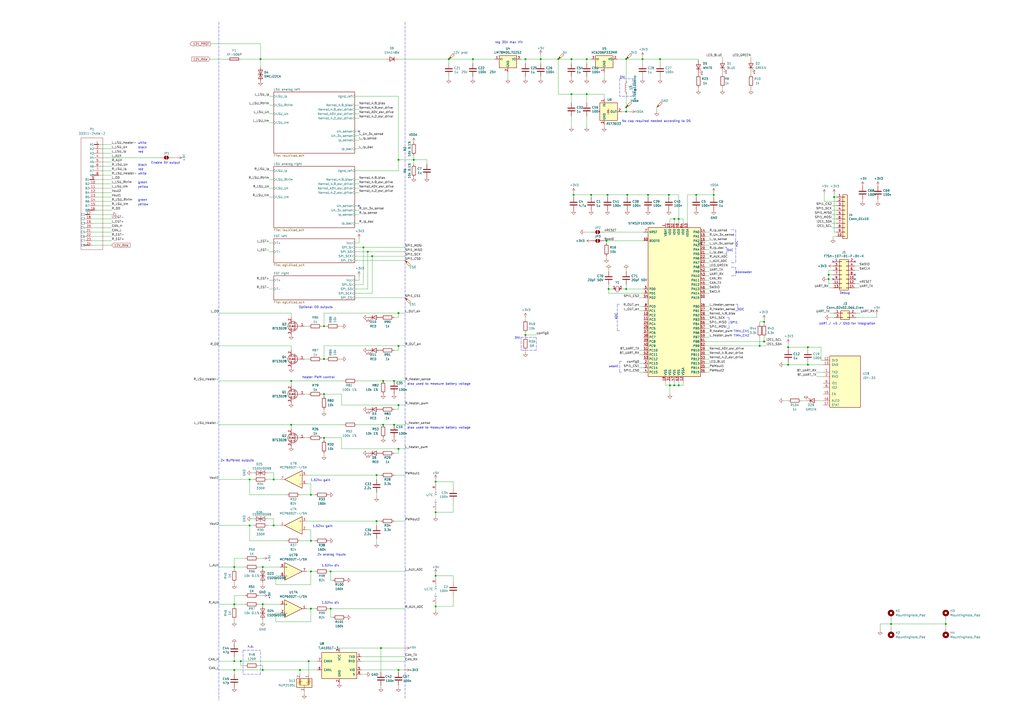
<source format=kicad_sch>
(kicad_sch (version 20211123) (generator eeschema)
  (paper "A2")
  (lib_symbols
    (symbol "+3.3V_1" (power) (pin_numbers hide) (pin_names (offset 0) hide)
      (property "Value" "+3.3V_1" (at 0 3.556 0))
      (symbol "+3.3V_1_1_1"
        (pin power_in line (at 0 0 90) (length 0) hide (name "+3V3") (number "1"))
      )
    )
    (symbol "+3.3V_2" (power) (pin_numbers hide) (pin_names (offset 0) hide)
      (property "Value" "+3.3V_2" (at 0 3.556 0))
      (symbol "+3.3V_2_1_1"
        (pin power_in line (at 0 0 90) (length 0) hide (name "+3V3") (number "1"))
      )
    )
    (symbol "+3.3V_3" (power) (pin_numbers hide) (pin_names (offset 0) hide)
      (property "Value" "+3.3V_3" (at 0 3.556 0))
      (symbol "+3.3V_3_1_1"
        (pin power_in line (at 0 0 90) (length 0) hide (name "+3V3") (number "1"))
      )
    )
    (symbol "+3.3V_4" (power) (pin_numbers hide) (pin_names (offset 0) hide)
      (property "Value" "+3.3V_4" (at 0 3.556 0))
      (symbol "+3.3V_4_1_1"
        (pin power_in line (at 0 0 90) (length 0) hide (name "+3V3") (number "1"))
      )
    )
    (symbol "+3.3V_5" (power) (pin_numbers hide) (pin_names (offset 0) hide)
      (property "Value" "+3.3V_5" (at 0 3.556 0))
      (symbol "+3.3V_5_1_1"
        (pin power_in line (at 0 0 90) (length 0) hide (name "+3V3") (number "1"))
      )
    )
    (symbol "+3.3V_6" (power) (pin_numbers hide) (pin_names (offset 0) hide)
      (property "Value" "+3.3V_6" (at 0 3.556 0))
      (symbol "+3.3V_6_1_1"
        (pin power_in line (at 0 0 90) (length 0) hide (name "+3V3") (number "1"))
      )
    )
    (symbol "+3.3V_7" (power) (pin_numbers hide) (pin_names (offset 0) hide)
      (property "Value" "+3.3V_7" (at 0 3.556 0))
      (symbol "+3.3V_7_1_1"
        (pin power_in line (at 0 0 90) (length 0) hide (name "+3V3") (number "1"))
      )
    )
    (symbol "+3.3V_8" (power) (pin_numbers hide) (pin_names (offset 0) hide)
      (property "Value" "+3.3V_8" (at 0 3.556 0))
      (symbol "+3.3V_8_1_1"
        (pin power_in line (at 0 0 90) (length 0) hide (name "+3V3") (number "1"))
      )
    )
    (symbol "+5V_1" (power) (pin_numbers hide) (pin_names (offset 0) hide)
      (property "Value" "+5V_1" (at 0 3.556 0))
      (symbol "+5V_1_1_1"
        (pin power_in line (at 0 0 90) (length 0) hide (name "+5V") (number "1"))
      )
    )
    (symbol "+5V_2" (power) (pin_numbers hide) (pin_names (offset 0) hide)
      (property "Value" "+5V_2" (at 0 3.556 0))
      (symbol "+5V_2_1_1"
        (pin power_in line (at 0 0 90) (length 0) hide (name "+5V") (number "1"))
      )
    )
    (symbol "+5V_3" (power) (pin_numbers hide) (pin_names (offset 0) hide)
      (property "Value" "+5V_3" (at 0 3.556 0))
      (symbol "+5V_3_1_1"
        (pin power_in line (at 0 0 90) (length 0) hide (name "+5V") (number "1"))
      )
    )
    (symbol "+5V_4" (power) (pin_numbers hide) (pin_names (offset 0) hide)
      (property "Value" "+5V_4" (at 0 3.556 0))
      (symbol "+5V_4_1_1"
        (pin power_in line (at 0 0 90) (length 0) hide (name "+5V") (number "1"))
      )
    )
    (symbol "+5V_5" (power) (pin_numbers hide) (pin_names (offset 0) hide)
      (property "Value" "+5V_5" (at 0 3.556 0))
      (symbol "+5V_5_1_1"
        (pin power_in line (at 0 0 90) (length 0) hide (name "+5V") (number "1"))
      )
    )
    (symbol "+5V_6" (power) (pin_numbers hide) (pin_names (offset 0) hide)
      (property "Value" "+5V_6" (at 0 3.556 0))
      (symbol "+5V_6_1_1"
        (pin power_in line (at 0 0 90) (length 0) hide (name "+5V") (number "1"))
      )
    )
    (symbol "+5V_7" (power) (pin_numbers hide) (pin_names (offset 0) hide)
      (property "Value" "+5V_7" (at 0 3.556 0))
      (symbol "+5V_7_1_1"
        (pin power_in line (at 0 0 90) (length 0) hide (name "+5V") (number "1"))
      )
    )
    (symbol "+5V_8" (power) (pin_numbers hide) (pin_names (offset 0) hide)
      (property "Value" "+5V_8" (at 0 3.556 0))
      (symbol "+5V_8_1_1"
        (pin power_in line (at 0 0 90) (length 0) hide (name "+5V") (number "1"))
      )
    )
    (symbol "33311-24AW-2:33311-24AW-2" (pin_names (offset 0.025))
      (property "Reference" "P2" (at 3.81 22.86 90))
      (property "Value" "33311-24AW-2" (at 3.81 20.32 90))
      (symbol "33311-24AW-2_1_1"
        (pin passive line (at -25.4 -8.89 90) (length 3.81) (name "A1") (number "1"))
        (pin passive line (at -2.54 -6.35 90) (length 3.81) (name "B2") (number "10"))
        (pin passive line (at 0 -6.35 90) (length 3.81) (name "B3") (number "11"))
        (pin passive line (at 2.54 -6.35 90) (length 3.81) (name "B4") (number "12"))
        (pin passive line (at 5.08 -6.35 90) (length 3.81) (name "B5") (number "13"))
        (pin passive line (at 7.62 -6.35 90) (length 3.81) (name "B6") (number "14"))
        (pin passive line (at 10.16 -6.35 90) (length 3.81) (name "B7") (number "15"))
        (pin passive line (at 12.7 -6.35 90) (length 3.81) (name "B8") (number "16"))
        (pin passive line (at 15.24 -3.81 90) (length 3.81) (name "C1") (number "17"))
        (pin passive line (at 17.78 -3.81 90) (length 3.81) (name "C2") (number "18"))
        (pin passive line (at 20.32 -3.81 90) (length 3.81) (name "C3") (number "19"))
        (pin passive line (at -22.86 -8.89 90) (length 3.81) (name "A2") (number "2"))
        (pin passive line (at 22.86 -3.81 90) (length 3.81) (name "C4") (number "20"))
        (pin passive line (at 25.4 -3.81 90) (length 3.81) (name "C5") (number "21"))
        (pin passive line (at 27.94 -3.81 90) (length 3.81) (name "C6") (number "22"))
        (pin passive line (at 30.48 -3.81 90) (length 3.81) (name "C7") (number "23"))
        (pin passive line (at 33.02 -3.81 90) (length 3.81) (name "C8") (number "24"))
        (pin passive line (at -20.32 -8.89 90) (length 3.81) (name "A3") (number "3"))
        (pin passive line (at -17.78 -8.89 90) (length 3.81) (name "A4") (number "4"))
        (pin passive line (at -15.24 -8.89 90) (length 3.81) (name "A5") (number "5"))
        (pin passive line (at -12.7 -8.89 90) (length 3.81) (name "A6") (number "6"))
        (pin passive line (at -10.16 -8.89 90) (length 3.81) (name "A7") (number "7"))
        (pin passive line (at -7.62 -8.89 90) (length 3.81) (name "A8") (number "8"))
        (pin passive line (at -5.08 -6.35 90) (length 3.81) (name "B1") (number "9"))
      )
    )
    (symbol "Amplifier_Operational:MCP6002-xSN" (pin_names (offset 0.127))
      (property "Reference" "U" (at 0 5.08 0))
      (property "Value" "MCP6002-xSN" (at 0 -5.08 0))
      (symbol "MCP6002-xSN_1_1"
        (pin output line (at 7.62 0 180) (length 2.54) (name "~") (number "1"))
        (pin input line (at -7.62 -2.54 0) (length 2.54) (name "-") (number "2"))
        (pin input line (at -7.62 2.54 0) (length 2.54) (name "+") (number "3"))
      )
      (symbol "MCP6002-xSN_2_1"
        (pin input line (at -7.62 2.54 0) (length 2.54) (name "+") (number "5"))
        (pin input line (at -7.62 -2.54 0) (length 2.54) (name "-") (number "6"))
        (pin output line (at 7.62 0 180) (length 2.54) (name "~") (number "7"))
      )
      (symbol "MCP6002-xSN_3_1"
        (pin power_in line (at -2.54 -7.62 90) (length 3.81) (name "V-") (number "4"))
        (pin power_in line (at -2.54 7.62 270) (length 3.81) (name "V+") (number "8"))
      )
    )
    (symbol "Connector:TestPoint_Probe" (pin_numbers hide) (pin_names (offset 0.762) hide)
      (property "Reference" "TP" (at 1.651 5.842 0))
      (property "Value" "TestPoint_Probe" (at 1.651 4.064 0))
      (symbol "TestPoint_Probe_1_1"
        (pin passive line (at 0 0 90) (length 0) (name "1") (number "1"))
      )
    )
    (symbol "Connector_Generic:Conn_01x10" (pin_names (offset 1.016) hide)
      (property "Reference" "J" (at 0 12.7 0))
      (property "Value" "Conn_01x10" (at 0 -15.24 0))
      (symbol "Conn_01x10_1_1"
        (pin passive line (at -5.08 10.16 0) (length 3.81) (name "Pin_1") (number "1"))
        (pin passive line (at -5.08 -12.7 0) (length 3.81) (name "Pin_10") (number "10"))
        (pin passive line (at -5.08 7.62 0) (length 3.81) (name "Pin_2") (number "2"))
        (pin passive line (at -5.08 5.08 0) (length 3.81) (name "Pin_3") (number "3"))
        (pin passive line (at -5.08 2.54 0) (length 3.81) (name "Pin_4") (number "4"))
        (pin passive line (at -5.08 0 0) (length 3.81) (name "Pin_5") (number "5"))
        (pin passive line (at -5.08 -2.54 0) (length 3.81) (name "Pin_6") (number "6"))
        (pin passive line (at -5.08 -5.08 0) (length 3.81) (name "Pin_7") (number "7"))
        (pin passive line (at -5.08 -7.62 0) (length 3.81) (name "Pin_8") (number "8"))
        (pin passive line (at -5.08 -10.16 0) (length 3.81) (name "Pin_9") (number "9"))
      )
    )
    (symbol "Connector_Generic:Conn_02x02_Odd_Even" (pin_names (offset 1.016) hide)
      (property "Reference" "J" (at 1.27 2.54 0))
      (property "Value" "Conn_02x02_Odd_Even" (at 1.27 -5.08 0))
      (symbol "Conn_02x02_Odd_Even_1_1"
        (pin passive line (at -5.08 0 0) (length 3.81) (name "Pin_1") (number "1"))
        (pin passive line (at 7.62 0 180) (length 3.81) (name "Pin_2") (number "2"))
        (pin passive line (at -5.08 -2.54 0) (length 3.81) (name "Pin_3") (number "3"))
        (pin passive line (at 7.62 -2.54 180) (length 3.81) (name "Pin_4") (number "4"))
      )
    )
    (symbol "Connector_Generic:Conn_02x07_Odd_Even" (pin_names (offset 1.016) hide)
      (property "Reference" "J" (at 1.27 10.16 0))
      (property "Value" "Conn_02x07_Odd_Even" (at 1.27 -10.16 0))
      (symbol "Conn_02x07_Odd_Even_1_1"
        (pin passive line (at -5.08 7.62 0) (length 3.81) (name "Pin_1") (number "1"))
        (pin passive line (at 7.62 -2.54 180) (length 3.81) (name "Pin_10") (number "10"))
        (pin passive line (at -5.08 -5.08 0) (length 3.81) (name "Pin_11") (number "11"))
        (pin passive line (at 7.62 -5.08 180) (length 3.81) (name "Pin_12") (number "12"))
        (pin passive line (at -5.08 -7.62 0) (length 3.81) (name "Pin_13") (number "13"))
        (pin passive line (at 7.62 -7.62 180) (length 3.81) (name "Pin_14") (number "14"))
        (pin passive line (at 7.62 7.62 180) (length 3.81) (name "Pin_2") (number "2"))
        (pin passive line (at -5.08 5.08 0) (length 3.81) (name "Pin_3") (number "3"))
        (pin passive line (at 7.62 5.08 180) (length 3.81) (name "Pin_4") (number "4"))
        (pin passive line (at -5.08 2.54 0) (length 3.81) (name "Pin_5") (number "5"))
        (pin passive line (at 7.62 2.54 180) (length 3.81) (name "Pin_6") (number "6"))
        (pin passive line (at -5.08 0 0) (length 3.81) (name "Pin_7") (number "7"))
        (pin passive line (at 7.62 0 180) (length 3.81) (name "Pin_8") (number "8"))
        (pin passive line (at -5.08 -2.54 0) (length 3.81) (name "Pin_9") (number "9"))
      )
    )
    (symbol "Device:C" (pin_numbers hide) (pin_names (offset 0.254))
      (property "Reference" "C" (at 0.635 2.54 0))
      (property "Value" "C" (at 0.635 -2.54 0))
      (symbol "C_1_1"
        (pin passive line (at 0 3.81 270) (length 2.794) (name "~") (number "1"))
        (pin passive line (at 0 -3.81 90) (length 2.794) (name "~") (number "2"))
      )
    )
    (symbol "Device:Crystal_Small" (pin_names (offset 1.016) hide)
      (property "Reference" "Y1" (at 0 6.35 0))
      (property "Value" "XXDCELNANF-8MHZ" (at 0 3.81 0))
      (symbol "Crystal_Small_1_1"
        (pin passive line (at -2.54 0 0) (length 1.27) (name "1") (number "1"))
        (pin passive line (at 2.54 0 180) (length 1.27) (name "3") (number "3"))
      )
    )
    (symbol "Device:D_TVS" (pin_numbers hide) (pin_names (offset 1.016) hide)
      (property "Reference" "D" (at 0 2.54 0))
      (property "Value" "D_TVS" (at 0 -2.54 0))
      (symbol "D_TVS_1_1"
        (pin passive line (at -3.81 0 0) (length 2.54) (name "A1") (number "1"))
        (pin passive line (at 3.81 0 180) (length 2.54) (name "A2") (number "2"))
      )
    )
    (symbol "Device:Fuse" (pin_numbers hide) (pin_names (offset 0))
      (property "Reference" "F" (at 2.032 0 90))
      (property "Value" "Fuse" (at -1.905 0 90))
      (symbol "Fuse_1_1"
        (pin passive line (at 0 3.81 270) (length 1.27) (name "~") (number "1"))
        (pin passive line (at 0 -3.81 90) (length 1.27) (name "~") (number "2"))
      )
    )
    (symbol "Device:L" (pin_numbers hide) (pin_names (offset 1.016) hide)
      (property "Reference" "L" (at -1.27 0 90))
      (property "Value" "L" (at 1.905 0 90))
      (symbol "L_1_1"
        (pin passive line (at 0 3.81 270) (length 1.27) (name "1") (number "1"))
        (pin passive line (at 0 -3.81 90) (length 1.27) (name "2") (number "2"))
      )
    )
    (symbol "Device:LED" (pin_numbers hide) (pin_names (offset 1.016) hide)
      (property "Reference" "D" (at 0 2.54 0))
      (property "Value" "LED" (at 0 -2.54 0))
      (symbol "LED_1_1"
        (pin passive line (at -3.81 0 0) (length 2.54) (name "K") (number "1"))
        (pin passive line (at 3.81 0 180) (length 2.54) (name "A") (number "2"))
      )
    )
    (symbol "Device:Q_NMOS_GDS" (pin_names (offset 0) hide)
      (property "Reference" "Q" (at 5.08 1.27 0))
      (property "Value" "Q_NMOS_GDS" (at 5.08 -1.27 0))
      (symbol "Q_NMOS_GDS_1_1"
        (pin input line (at -5.08 0 0) (length 2.54) (name "G") (number "1"))
        (pin passive line (at 2.54 5.08 270) (length 2.54) (name "D") (number "2"))
        (pin passive line (at 2.54 -5.08 90) (length 2.54) (name "S") (number "3"))
      )
    )
    (symbol "Device:R" (pin_numbers hide) (pin_names (offset 0))
      (property "Reference" "R" (at 2.032 0 90))
      (property "Value" "R" (at 0 0 90))
      (symbol "R_1_1"
        (pin passive line (at 0 3.81 270) (length 1.27) (name "~") (number "1"))
        (pin passive line (at 0 -3.81 90) (length 1.27) (name "~") (number "2"))
      )
    )
    (symbol "Diode:1N4148W" (pin_numbers hide) (pin_names (offset 1.016) hide)
      (property "Reference" "D" (at 0 2.54 0))
      (property "Value" "1N4148W" (at 0 -2.54 0))
      (symbol "1N4148W_1_1"
        (pin passive line (at -3.81 0 0) (length 2.54) (name "K") (number "1"))
        (pin passive line (at 3.81 0 180) (length 2.54) (name "A") (number "2"))
      )
    )
    (symbol "Diode:ESD9B5.0ST5G" (pin_numbers hide) (pin_names (offset 1.016) hide)
      (property "Reference" "D" (at 0 2.54 0))
      (property "Value" "ESD9B5.0ST5G" (at 0 -2.54 0))
      (symbol "ESD9B5.0ST5G_1_1"
        (pin passive line (at -3.81 0 0) (length 2.54) (name "A1") (number "1"))
        (pin passive line (at 3.81 0 180) (length 2.54) (name "A2") (number "2"))
      )
    )
    (symbol "GND_1" (power) (pin_numbers hide) (pin_names (offset 0) hide)
      (property "Value" "GND_1" (at 0 -3.81 0))
      (symbol "GND_1_1_1"
        (pin power_in line (at 0 0 270) (length 0) hide (name "GND") (number "1"))
      )
    )
    (symbol "GND_10" (power) (pin_numbers hide) (pin_names (offset 0) hide)
      (property "Value" "GND_10" (at 0 -3.81 0))
      (symbol "GND_10_1_1"
        (pin power_in line (at 0 0 270) (length 0) hide (name "GND") (number "1"))
      )
    )
    (symbol "GND_11" (power) (pin_numbers hide) (pin_names (offset 0) hide)
      (property "Value" "GND_11" (at 0 -3.81 0))
      (symbol "GND_11_1_1"
        (pin power_in line (at 0 0 270) (length 0) hide (name "GND") (number "1"))
      )
    )
    (symbol "GND_12" (power) (pin_numbers hide) (pin_names (offset 0) hide)
      (property "Value" "GND_12" (at 0 -3.81 0))
      (symbol "GND_12_1_1"
        (pin power_in line (at 0 0 270) (length 0) hide (name "GND") (number "1"))
      )
    )
    (symbol "GND_13" (power) (pin_numbers hide) (pin_names (offset 0) hide)
      (property "Value" "GND_13" (at 0 -3.81 0))
      (symbol "GND_13_1_1"
        (pin power_in line (at 0 0 270) (length 0) hide (name "GND") (number "1"))
      )
    )
    (symbol "GND_14" (power) (pin_numbers hide) (pin_names (offset 0) hide)
      (property "Value" "GND_14" (at 0 -3.81 0))
      (symbol "GND_14_1_1"
        (pin power_in line (at 0 0 270) (length 0) hide (name "GND") (number "1"))
      )
    )
    (symbol "GND_15" (power) (pin_numbers hide) (pin_names (offset 0) hide)
      (property "Value" "GND_15" (at 0 -3.81 0))
      (symbol "GND_15_1_1"
        (pin power_in line (at 0 0 270) (length 0) hide (name "GND") (number "1"))
      )
    )
    (symbol "GND_16" (power) (pin_numbers hide) (pin_names (offset 0) hide)
      (property "Value" "GND_16" (at 0 -3.81 0))
      (symbol "GND_16_1_1"
        (pin power_in line (at 0 0 270) (length 0) hide (name "GND") (number "1"))
      )
    )
    (symbol "GND_19" (power) (pin_numbers hide) (pin_names (offset 0) hide)
      (property "Value" "GND_19" (at 0 -3.81 0))
      (symbol "GND_19_1_1"
        (pin power_in line (at 0 0 270) (length 0) hide (name "GND") (number "1"))
      )
    )
    (symbol "GND_2" (power) (pin_numbers hide) (pin_names (offset 0) hide)
      (property "Value" "GND_2" (at 0 -3.81 0))
      (symbol "GND_2_1_1"
        (pin power_in line (at 0 0 270) (length 0) hide (name "GND") (number "1"))
      )
    )
    (symbol "GND_20" (power) (pin_numbers hide) (pin_names (offset 0) hide)
      (property "Value" "GND_20" (at 0 -3.81 0))
      (symbol "GND_20_1_1"
        (pin power_in line (at 0 0 270) (length 0) hide (name "GND") (number "1"))
      )
    )
    (symbol "GND_21" (power) (pin_numbers hide) (pin_names (offset 0) hide)
      (property "Value" "GND_21" (at 0 -3.81 0))
      (symbol "GND_21_1_1"
        (pin power_in line (at 0 0 270) (length 0) hide (name "GND") (number "1"))
      )
    )
    (symbol "GND_22" (power) (pin_numbers hide) (pin_names (offset 0) hide)
      (property "Value" "GND_22" (at 0 -3.81 0))
      (symbol "GND_22_1_1"
        (pin power_in line (at 0 0 270) (length 0) hide (name "GND") (number "1"))
      )
    )
    (symbol "GND_23" (power) (pin_numbers hide) (pin_names (offset 0) hide)
      (property "Value" "GND_23" (at 0 -3.81 0))
      (symbol "GND_23_1_1"
        (pin power_in line (at 0 0 270) (length 0) hide (name "GND") (number "1"))
      )
    )
    (symbol "GND_24" (power) (pin_numbers hide) (pin_names (offset 0) hide)
      (property "Value" "GND_24" (at 0 -3.81 0))
      (symbol "GND_24_1_1"
        (pin power_in line (at 0 0 270) (length 0) hide (name "GND") (number "1"))
      )
    )
    (symbol "GND_25" (power) (pin_numbers hide) (pin_names (offset 0) hide)
      (property "Value" "GND_25" (at 0 -3.81 0))
      (symbol "GND_25_1_1"
        (pin power_in line (at 0 0 270) (length 0) hide (name "GND") (number "1"))
      )
    )
    (symbol "GND_26" (power) (pin_numbers hide) (pin_names (offset 0) hide)
      (property "Value" "GND_26" (at 0 -3.81 0))
      (symbol "GND_26_1_1"
        (pin power_in line (at 0 0 270) (length 0) hide (name "GND") (number "1"))
      )
    )
    (symbol "GND_27" (power) (pin_numbers hide) (pin_names (offset 0) hide)
      (property "Value" "GND_27" (at 0 -3.81 0))
      (symbol "GND_27_1_1"
        (pin power_in line (at 0 0 270) (length 0) hide (name "GND") (number "1"))
      )
    )
    (symbol "GND_28" (power) (pin_numbers hide) (pin_names (offset 0) hide)
      (property "Value" "GND_28" (at 0 -3.81 0))
      (symbol "GND_28_1_1"
        (pin power_in line (at 0 0 270) (length 0) hide (name "GND") (number "1"))
      )
    )
    (symbol "GND_29" (power) (pin_numbers hide) (pin_names (offset 0) hide)
      (property "Value" "GND_29" (at 0 -3.81 0))
      (symbol "GND_29_1_1"
        (pin power_in line (at 0 0 270) (length 0) hide (name "GND") (number "1"))
      )
    )
    (symbol "GND_3" (power) (pin_numbers hide) (pin_names (offset 0) hide)
      (property "Value" "GND_3" (at 0 -3.81 0))
      (symbol "GND_3_1_1"
        (pin power_in line (at 0 0 270) (length 0) hide (name "GND") (number "1"))
      )
    )
    (symbol "GND_30" (power) (pin_numbers hide) (pin_names (offset 0) hide)
      (property "Value" "GND_30" (at 0 -3.81 0))
      (symbol "GND_30_1_1"
        (pin power_in line (at 0 0 270) (length 0) hide (name "GND") (number "1"))
      )
    )
    (symbol "GND_31" (power) (pin_numbers hide) (pin_names (offset 0) hide)
      (property "Value" "GND_31" (at 0 -3.81 0))
      (symbol "GND_31_1_1"
        (pin power_in line (at 0 0 270) (length 0) hide (name "GND") (number "1"))
      )
    )
    (symbol "GND_32" (power) (pin_numbers hide) (pin_names (offset 0) hide)
      (property "Value" "GND_32" (at 0 -3.81 0))
      (symbol "GND_32_1_1"
        (pin power_in line (at 0 0 270) (length 0) hide (name "GND") (number "1"))
      )
    )
    (symbol "GND_33" (power) (pin_numbers hide) (pin_names (offset 0) hide)
      (property "Value" "GND_33" (at 0 -3.81 0))
      (symbol "GND_33_1_1"
        (pin power_in line (at 0 0 270) (length 0) hide (name "GND") (number "1"))
      )
    )
    (symbol "GND_34" (power) (pin_numbers hide) (pin_names (offset 0) hide)
      (property "Value" "GND_34" (at 0 -3.81 0))
      (symbol "GND_34_1_1"
        (pin power_in line (at 0 0 270) (length 0) hide (name "GND") (number "1"))
      )
    )
    (symbol "GND_35" (power) (pin_numbers hide) (pin_names (offset 0) hide)
      (property "Value" "GND_35" (at 0 -3.81 0))
      (symbol "GND_35_1_1"
        (pin power_in line (at 0 0 270) (length 0) hide (name "GND") (number "1"))
      )
    )
    (symbol "GND_36" (power) (pin_numbers hide) (pin_names (offset 0) hide)
      (property "Value" "GND_36" (at 0 -3.81 0))
      (symbol "GND_36_1_1"
        (pin power_in line (at 0 0 270) (length 0) hide (name "GND") (number "1"))
      )
    )
    (symbol "GND_37" (power) (pin_numbers hide) (pin_names (offset 0) hide)
      (property "Value" "GND_37" (at 0 -3.81 0))
      (symbol "GND_37_1_1"
        (pin power_in line (at 0 0 270) (length 0) hide (name "GND") (number "1"))
      )
    )
    (symbol "GND_38" (power) (pin_numbers hide) (pin_names (offset 0) hide)
      (property "Value" "GND_38" (at 0 -3.81 0))
      (symbol "GND_38_1_1"
        (pin power_in line (at 0 0 270) (length 0) hide (name "GND") (number "1"))
      )
    )
    (symbol "GND_39" (power) (pin_numbers hide) (pin_names (offset 0) hide)
      (property "Value" "GND_39" (at 0 -3.81 0))
      (symbol "GND_39_1_1"
        (pin power_in line (at 0 0 270) (length 0) hide (name "GND") (number "1"))
      )
    )
    (symbol "GND_4" (power) (pin_numbers hide) (pin_names (offset 0) hide)
      (property "Value" "GND_4" (at 0 -3.81 0))
      (symbol "GND_4_1_1"
        (pin power_in line (at 0 0 270) (length 0) hide (name "GND") (number "1"))
      )
    )
    (symbol "GND_40" (power) (pin_numbers hide) (pin_names (offset 0) hide)
      (property "Value" "GND_40" (at 0 -3.81 0))
      (symbol "GND_40_1_1"
        (pin power_in line (at 0 0 270) (length 0) hide (name "GND") (number "1"))
      )
    )
    (symbol "GND_41" (power) (pin_numbers hide) (pin_names (offset 0) hide)
      (property "Value" "GND_41" (at 0 -3.81 0))
      (symbol "GND_41_1_1"
        (pin power_in line (at 0 0 270) (length 0) hide (name "GND") (number "1"))
      )
    )
    (symbol "GND_42" (power) (pin_numbers hide) (pin_names (offset 0) hide)
      (property "Value" "GND_42" (at 0 -3.81 0))
      (symbol "GND_42_1_1"
        (pin power_in line (at 0 0 270) (length 0) hide (name "GND") (number "1"))
      )
    )
    (symbol "GND_43" (power) (pin_numbers hide) (pin_names (offset 0) hide)
      (property "Value" "GND_43" (at 0 -3.81 0))
      (symbol "GND_43_1_1"
        (pin power_in line (at 0 0 270) (length 0) hide (name "GND") (number "1"))
      )
    )
    (symbol "GND_44" (power) (pin_numbers hide) (pin_names (offset 0) hide)
      (property "Value" "GND_44" (at 0 -3.81 0))
      (symbol "GND_44_1_1"
        (pin power_in line (at 0 0 270) (length 0) hide (name "GND") (number "1"))
      )
    )
    (symbol "GND_45" (power) (pin_numbers hide) (pin_names (offset 0) hide)
      (property "Value" "GND_45" (at 0 -3.81 0))
      (symbol "GND_45_1_1"
        (pin power_in line (at 0 0 270) (length 0) hide (name "GND") (number "1"))
      )
    )
    (symbol "GND_46" (power) (pin_numbers hide) (pin_names (offset 0) hide)
      (property "Value" "GND_46" (at 0 -3.81 0))
      (symbol "GND_46_1_1"
        (pin power_in line (at 0 0 270) (length 0) hide (name "GND") (number "1"))
      )
    )
    (symbol "GND_47" (power) (pin_numbers hide) (pin_names (offset 0) hide)
      (property "Value" "GND_47" (at 0 -3.81 0))
      (symbol "GND_47_1_1"
        (pin power_in line (at 0 0 270) (length 0) hide (name "GND") (number "1"))
      )
    )
    (symbol "GND_48" (power) (pin_numbers hide) (pin_names (offset 0) hide)
      (property "Value" "GND_48" (at 0 -3.81 0))
      (symbol "GND_48_1_1"
        (pin power_in line (at 0 0 270) (length 0) hide (name "GND") (number "1"))
      )
    )
    (symbol "GND_49" (power) (pin_numbers hide) (pin_names (offset 0) hide)
      (property "Value" "GND_49" (at 0 -3.81 0))
      (symbol "GND_49_1_1"
        (pin power_in line (at 0 0 270) (length 0) hide (name "GND") (number "1"))
      )
    )
    (symbol "GND_5" (power) (pin_numbers hide) (pin_names (offset 0) hide)
      (property "Value" "GND_5" (at 0 -3.81 0))
      (symbol "GND_5_1_1"
        (pin power_in line (at 0 0 270) (length 0) hide (name "GND") (number "1"))
      )
    )
    (symbol "GND_50" (power) (pin_numbers hide) (pin_names (offset 0) hide)
      (property "Value" "GND_50" (at 0 -3.81 0))
      (symbol "GND_50_1_1"
        (pin power_in line (at 0 0 270) (length 0) hide (name "GND") (number "1"))
      )
    )
    (symbol "GND_51" (power) (pin_numbers hide) (pin_names (offset 0) hide)
      (property "Value" "GND_51" (at 0 -3.81 0))
      (symbol "GND_51_1_1"
        (pin power_in line (at 0 0 270) (length 0) hide (name "GND") (number "1"))
      )
    )
    (symbol "GND_52" (power) (pin_numbers hide) (pin_names (offset 0) hide)
      (property "Value" "GND_52" (at 0 -3.81 0))
      (symbol "GND_52_1_1"
        (pin power_in line (at 0 0 270) (length 0) hide (name "GND") (number "1"))
      )
    )
    (symbol "GND_53" (power) (pin_numbers hide) (pin_names (offset 0) hide)
      (property "Value" "GND_53" (at 0 -3.81 0))
      (symbol "GND_53_1_1"
        (pin power_in line (at 0 0 270) (length 0) hide (name "GND") (number "1"))
      )
    )
    (symbol "GND_54" (power) (pin_numbers hide) (pin_names (offset 0) hide)
      (property "Value" "GND_54" (at 0 -3.81 0))
      (symbol "GND_54_1_1"
        (pin power_in line (at 0 0 270) (length 0) hide (name "GND") (number "1"))
      )
    )
    (symbol "GND_55" (power) (pin_numbers hide) (pin_names (offset 0) hide)
      (property "Value" "GND_55" (at 0 -3.81 0))
      (symbol "GND_55_1_1"
        (pin power_in line (at 0 0 270) (length 0) hide (name "GND") (number "1"))
      )
    )
    (symbol "GND_56" (power) (pin_numbers hide) (pin_names (offset 0) hide)
      (property "Value" "GND_56" (at 0 -3.81 0))
      (symbol "GND_56_1_1"
        (pin power_in line (at 0 0 270) (length 0) hide (name "GND") (number "1"))
      )
    )
    (symbol "GND_57" (power) (pin_numbers hide) (pin_names (offset 0) hide)
      (property "Value" "GND_57" (at 0 -3.81 0))
      (symbol "GND_57_1_1"
        (pin power_in line (at 0 0 270) (length 0) hide (name "GND") (number "1"))
      )
    )
    (symbol "GND_58" (power) (pin_numbers hide) (pin_names (offset 0) hide)
      (property "Value" "GND_58" (at 0 -3.81 0))
      (symbol "GND_58_1_1"
        (pin power_in line (at 0 0 270) (length 0) hide (name "GND") (number "1"))
      )
    )
    (symbol "GND_59" (power) (pin_numbers hide) (pin_names (offset 0) hide)
      (property "Value" "GND_59" (at 0 -3.81 0))
      (symbol "GND_59_1_1"
        (pin power_in line (at 0 0 270) (length 0) hide (name "GND") (number "1"))
      )
    )
    (symbol "GND_6" (power) (pin_numbers hide) (pin_names (offset 0) hide)
      (property "Value" "GND_6" (at 0 -3.81 0))
      (symbol "GND_6_1_1"
        (pin power_in line (at 0 0 270) (length 0) hide (name "GND") (number "1"))
      )
    )
    (symbol "GND_60" (power) (pin_numbers hide) (pin_names (offset 0) hide)
      (property "Value" "GND_60" (at 0 -3.81 0))
      (symbol "GND_60_1_1"
        (pin power_in line (at 0 0 270) (length 0) hide (name "GND") (number "1"))
      )
    )
    (symbol "GND_61" (power) (pin_numbers hide) (pin_names (offset 0) hide)
      (property "Value" "GND_61" (at 0 -3.81 0))
      (symbol "GND_61_1_1"
        (pin power_in line (at 0 0 270) (length 0) hide (name "GND") (number "1"))
      )
    )
    (symbol "GND_62" (power) (pin_numbers hide) (pin_names (offset 0) hide)
      (property "Value" "GND_62" (at 0 -3.81 0))
      (symbol "GND_62_1_1"
        (pin power_in line (at 0 0 270) (length 0) hide (name "GND") (number "1"))
      )
    )
    (symbol "GND_63" (power) (pin_numbers hide) (pin_names (offset 0) hide)
      (property "Value" "GND_63" (at 0 -3.81 0))
      (symbol "GND_63_1_1"
        (pin power_in line (at 0 0 270) (length 0) hide (name "GND") (number "1"))
      )
    )
    (symbol "GND_64" (power) (pin_numbers hide) (pin_names (offset 0) hide)
      (property "Value" "GND_64" (at 0 -3.81 0))
      (symbol "GND_64_1_1"
        (pin power_in line (at 0 0 270) (length 0) hide (name "GND") (number "1"))
      )
    )
    (symbol "GND_65" (power) (pin_numbers hide) (pin_names (offset 0) hide)
      (property "Value" "GND_65" (at 0 -3.81 0))
      (symbol "GND_65_1_1"
        (pin power_in line (at 0 0 270) (length 0) hide (name "GND") (number "1"))
      )
    )
    (symbol "GND_66" (power) (pin_numbers hide) (pin_names (offset 0) hide)
      (property "Value" "GND_66" (at 0 -3.81 0))
      (symbol "GND_66_1_1"
        (pin power_in line (at 0 0 270) (length 0) hide (name "GND") (number "1"))
      )
    )
    (symbol "GND_67" (power) (pin_numbers hide) (pin_names (offset 0) hide)
      (property "Value" "GND_67" (at 0 -3.81 0))
      (symbol "GND_67_1_1"
        (pin power_in line (at 0 0 270) (length 0) hide (name "GND") (number "1"))
      )
    )
    (symbol "GND_68" (power) (pin_numbers hide) (pin_names (offset 0) hide)
      (property "Value" "GND_68" (at 0 -3.81 0))
      (symbol "GND_68_1_1"
        (pin power_in line (at 0 0 270) (length 0) hide (name "GND") (number "1"))
      )
    )
    (symbol "GND_69" (power) (pin_numbers hide) (pin_names (offset 0) hide)
      (property "Value" "GND_69" (at 0 -3.81 0))
      (symbol "GND_69_1_1"
        (pin power_in line (at 0 0 270) (length 0) hide (name "GND") (number "1"))
      )
    )
    (symbol "GND_7" (power) (pin_numbers hide) (pin_names (offset 0) hide)
      (property "Value" "GND_7" (at 0 -3.81 0))
      (symbol "GND_7_1_1"
        (pin power_in line (at 0 0 270) (length 0) hide (name "GND") (number "1"))
      )
    )
    (symbol "GND_70" (power) (pin_numbers hide) (pin_names (offset 0) hide)
      (property "Value" "GND_70" (at 0 -3.81 0))
      (symbol "GND_70_1_1"
        (pin power_in line (at 0 0 270) (length 0) hide (name "GND") (number "1"))
      )
    )
    (symbol "GND_71" (power) (pin_numbers hide) (pin_names (offset 0) hide)
      (property "Value" "GND_71" (at 0 -3.81 0))
      (symbol "GND_71_1_1"
        (pin power_in line (at 0 0 270) (length 0) hide (name "GND") (number "1"))
      )
    )
    (symbol "GND_72" (power) (pin_numbers hide) (pin_names (offset 0) hide)
      (property "Value" "GND_72" (at 0 -3.81 0))
      (symbol "GND_72_1_1"
        (pin power_in line (at 0 0 270) (length 0) hide (name "GND") (number "1"))
      )
    )
    (symbol "GND_73" (power) (pin_numbers hide) (pin_names (offset 0) hide)
      (property "Value" "GND_73" (at 0 -3.81 0))
      (symbol "GND_73_1_1"
        (pin power_in line (at 0 0 270) (length 0) hide (name "GND") (number "1"))
      )
    )
    (symbol "GND_74" (power) (pin_numbers hide) (pin_names (offset 0) hide)
      (property "Value" "GND_74" (at 0 -3.81 0))
      (symbol "GND_74_1_1"
        (pin power_in line (at 0 0 270) (length 0) hide (name "GND") (number "1"))
      )
    )
    (symbol "GND_8" (power) (pin_numbers hide) (pin_names (offset 0) hide)
      (property "Value" "GND_8" (at 0 -3.81 0))
      (symbol "GND_8_1_1"
        (pin power_in line (at 0 0 270) (length 0) hide (name "GND") (number "1"))
      )
    )
    (symbol "GND_9" (power) (pin_numbers hide) (pin_names (offset 0) hide)
      (property "Value" "GND_9" (at 0 -3.81 0))
      (symbol "GND_9_1_1"
        (pin power_in line (at 0 0 270) (length 0) hide (name "GND") (number "1"))
      )
    )
    (symbol "Interface_CAN_LIN:TJA1051T-3" (pin_names (offset 1.016))
      (property "Reference" "U" (at -10.16 8.89 0))
      (property "Value" "TJA1051T-3" (at 1.27 8.89 0))
      (symbol "TJA1051T-3_1_1"
        (pin input line (at -12.7 5.08 0) (length 2.54) (name "TXD") (number "1"))
        (pin power_in line (at 0 -10.16 90) (length 2.54) (name "GND") (number "2"))
        (pin power_in line (at 0 10.16 270) (length 2.54) (name "VCC") (number "3"))
        (pin output line (at -12.7 2.54 0) (length 2.54) (name "RXD") (number "4"))
        (pin power_in line (at -12.7 -2.54 0) (length 2.54) (name "VIO") (number "5"))
        (pin bidirectional line (at 12.7 -2.54 180) (length 2.54) (name "CANL") (number "6"))
        (pin bidirectional line (at 12.7 2.54 180) (length 2.54) (name "CANH") (number "7"))
        (pin input line (at -12.7 -5.08 0) (length 2.54) (name "S") (number "8"))
      )
    )
    (symbol "JDY-33:JDY-33" (pin_names (offset 1.016))
      (property "Reference" "U18" (at 19.05 1.7781 0))
      (property "Value" "JDY-33" (at 19.05 -0.7619 0))
      (symbol "JDY-33_1_1"
        (pin output line (at -3.81 2.54 0) (length 3.81) (name "TXD") (number "1"))
        (pin power_in line (at -3.81 9.398 0) (length 3.81) (name "3V3") (number "12"))
        (pin power_in line (at -3.81 6.858 0) (length 3.81) (name "GND") (number "13"))
        (pin output line (at -3.81 -10.16 0) (length 3.81) (name "EN") (number "15"))
        (pin output line (at -3.81 -13.97 0) (length 3.81) (name "ALED") (number "16"))
        (pin output line (at -3.81 -16.51 0) (length 3.81) (name "STAT") (number "17"))
        (pin input line (at -3.81 0 0) (length 3.81) (name "RXD") (number "2"))
        (pin passive line (at -3.81 -3.81 0) (length 3.81) (name "IO1") (number "5"))
        (pin passive line (at -3.81 -6.35 0) (length 3.81) (name "IO2") (number "6"))
      )
    )
    (symbol "Jumper:SolderJumper_2_Open" (pin_numbers hide) (pin_names (offset 0) hide)
      (property "Reference" "JP" (at 0 2.032 0))
      (property "Value" "SolderJumper_2_Open" (at 0 -2.54 0))
      (symbol "SolderJumper_2_Open_1_1"
        (pin passive line (at -3.81 0 0) (length 2.54) (name "A") (number "1"))
        (pin passive line (at 3.81 0 180) (length 2.54) (name "B") (number "2"))
      )
    )
    (symbol "MCU_ST_STM32F1:STM32F103RCTx"
      (property "Reference" "U" (at -15.24 44.45 0))
      (property "Value" "STM32F103RCTx" (at 10.16 44.45 0))
      (symbol "STM32F103RCTx_1_1"
        (pin power_in line (at -5.08 45.72 270) (length 2.54) (name "VBAT") (number "1"))
        (pin bidirectional line (at -17.78 -7.62 0) (length 2.54) (name "PC2") (number "10"))
        (pin bidirectional line (at -17.78 -10.16 0) (length 2.54) (name "PC3") (number "11"))
        (pin power_in line (at 5.08 -45.72 90) (length 2.54) (name "VSSA") (number "12"))
        (pin power_in line (at 7.62 45.72 270) (length 2.54) (name "VDDA") (number "13"))
        (pin bidirectional line (at 17.78 40.64 180) (length 2.54) (name "PA0") (number "14"))
        (pin bidirectional line (at 17.78 38.1 180) (length 2.54) (name "PA1") (number "15"))
        (pin bidirectional line (at 17.78 35.56 180) (length 2.54) (name "PA2") (number "16"))
        (pin bidirectional line (at 17.78 33.02 180) (length 2.54) (name "PA3") (number "17"))
        (pin power_in line (at -5.08 -45.72 90) (length 2.54) (name "VSS") (number "18"))
        (pin power_in line (at -2.54 45.72 270) (length 2.54) (name "VDD") (number "19"))
        (pin bidirectional line (at -17.78 -35.56 0) (length 2.54) (name "PC13") (number "2"))
        (pin bidirectional line (at 17.78 30.48 180) (length 2.54) (name "PA4") (number "20"))
        (pin bidirectional line (at 17.78 27.94 180) (length 2.54) (name "PA5") (number "21"))
        (pin bidirectional line (at 17.78 25.4 180) (length 2.54) (name "PA6") (number "22"))
        (pin bidirectional line (at 17.78 22.86 180) (length 2.54) (name "PA7") (number "23"))
        (pin bidirectional line (at -17.78 -12.7 0) (length 2.54) (name "PC4") (number "24"))
        (pin bidirectional line (at -17.78 -15.24 0) (length 2.54) (name "PC5") (number "25"))
        (pin bidirectional line (at 17.78 -2.54 180) (length 2.54) (name "PB0") (number "26"))
        (pin bidirectional line (at 17.78 -5.08 180) (length 2.54) (name "PB1") (number "27"))
        (pin bidirectional line (at 17.78 -7.62 180) (length 2.54) (name "PB2") (number "28"))
        (pin bidirectional line (at 17.78 -27.94 180) (length 2.54) (name "PB10") (number "29"))
        (pin bidirectional line (at -17.78 -38.1 0) (length 2.54) (name "PC14") (number "3"))
        (pin bidirectional line (at 17.78 -30.48 180) (length 2.54) (name "PB11") (number "30"))
        (pin power_in line (at -2.54 -45.72 90) (length 2.54) (name "VSS") (number "31"))
        (pin power_in line (at 0 45.72 270) (length 2.54) (name "VDD") (number "32"))
        (pin bidirectional line (at 17.78 -33.02 180) (length 2.54) (name "PB12") (number "33"))
        (pin bidirectional line (at 17.78 -35.56 180) (length 2.54) (name "PB13") (number "34"))
        (pin bidirectional line (at 17.78 -38.1 180) (length 2.54) (name "PB14") (number "35"))
        (pin bidirectional line (at 17.78 -40.64 180) (length 2.54) (name "PB15") (number "36"))
        (pin bidirectional line (at -17.78 -17.78 0) (length 2.54) (name "PC6") (number "37"))
        (pin bidirectional line (at -17.78 -20.32 0) (length 2.54) (name "PC7") (number "38"))
        (pin bidirectional line (at -17.78 -22.86 0) (length 2.54) (name "PC8") (number "39"))
        (pin bidirectional line (at -17.78 -40.64 0) (length 2.54) (name "PC15") (number "4"))
        (pin bidirectional line (at -17.78 -25.4 0) (length 2.54) (name "PC9") (number "40"))
        (pin bidirectional line (at 17.78 20.32 180) (length 2.54) (name "PA8") (number "41"))
        (pin bidirectional line (at 17.78 17.78 180) (length 2.54) (name "PA9") (number "42"))
        (pin bidirectional line (at 17.78 15.24 180) (length 2.54) (name "PA10") (number "43"))
        (pin bidirectional line (at 17.78 12.7 180) (length 2.54) (name "PA11") (number "44"))
        (pin bidirectional line (at 17.78 10.16 180) (length 2.54) (name "PA12") (number "45"))
        (pin bidirectional line (at 17.78 7.62 180) (length 2.54) (name "PA13") (number "46"))
        (pin power_in line (at 0 -45.72 90) (length 2.54) (name "VSS") (number "47"))
        (pin power_in line (at 2.54 45.72 270) (length 2.54) (name "VDD") (number "48"))
        (pin bidirectional line (at 17.78 5.08 180) (length 2.54) (name "PA14") (number "49"))
        (pin input line (at -17.78 7.62 0) (length 2.54) (name "PD0") (number "5"))
        (pin bidirectional line (at 17.78 2.54 180) (length 2.54) (name "PA15") (number "50"))
        (pin bidirectional line (at -17.78 -27.94 0) (length 2.54) (name "PC10") (number "51"))
        (pin bidirectional line (at -17.78 -30.48 0) (length 2.54) (name "PC11") (number "52"))
        (pin bidirectional line (at -17.78 -33.02 0) (length 2.54) (name "PC12") (number "53"))
        (pin bidirectional line (at -17.78 2.54 0) (length 2.54) (name "PD2") (number "54"))
        (pin bidirectional line (at 17.78 -10.16 180) (length 2.54) (name "PB3") (number "55"))
        (pin bidirectional line (at 17.78 -12.7 180) (length 2.54) (name "PB4") (number "56"))
        (pin bidirectional line (at 17.78 -15.24 180) (length 2.54) (name "PB5") (number "57"))
        (pin bidirectional line (at 17.78 -17.78 180) (length 2.54) (name "PB6") (number "58"))
        (pin bidirectional line (at 17.78 -20.32 180) (length 2.54) (name "PB7") (number "59"))
        (pin input line (at -17.78 5.08 0) (length 2.54) (name "PD1") (number "6"))
        (pin input line (at -17.78 35.56 0) (length 2.54) (name "BOOT0") (number "60"))
        (pin bidirectional line (at 17.78 -22.86 180) (length 2.54) (name "PB8") (number "61"))
        (pin bidirectional line (at 17.78 -25.4 180) (length 2.54) (name "PB9") (number "62"))
        (pin power_in line (at 2.54 -45.72 90) (length 2.54) (name "VSS") (number "63"))
        (pin power_in line (at 5.08 45.72 270) (length 2.54) (name "VDD") (number "64"))
        (pin input line (at -17.78 40.64 0) (length 2.54) (name "NRST") (number "7"))
        (pin bidirectional line (at -17.78 -2.54 0) (length 2.54) (name "PC0") (number "8"))
        (pin bidirectional line (at -17.78 -5.08 0) (length 2.54) (name "PC1") (number "9"))
      )
    )
    (symbol "Mechanical:MountingHole_Pad" (pin_numbers hide) (pin_names (offset 1.016) hide)
      (property "Reference" "H" (at 0 6.35 0))
      (property "Value" "MountingHole_Pad" (at 0 4.445 0))
      (symbol "MountingHole_Pad_1_1"
        (pin input line (at 0 -2.54 90) (length 2.54) (name "1") (number "1"))
      )
    )
    (symbol "Power_Protection:NUP2105L" (pin_names hide)
      (property "Reference" "D" (at 5.715 2.54 0))
      (property "Value" "NUP2105L" (at 5.715 0.635 0))
      (symbol "NUP2105L_0_0"
        (pin passive line (at 0 -5.08 90) (length 2.54) (name "A") (number "3"))
      )
      (symbol "NUP2105L_1_1"
        (pin passive line (at -2.54 5.08 270) (length 2.54) (name "K") (number "1"))
        (pin passive line (at 2.54 5.08 270) (length 2.54) (name "K") (number "2"))
      )
    )
    (symbol "Reference_Voltage:REF3033" (pin_names (offset 0.254))
      (property "Reference" "U" (at 0 6.35 0))
      (property "Value" "REF3033" (at 2.54 -6.35 0))
      (symbol "REF3033_1_1"
        (pin power_in line (at -2.54 7.62 270) (length 2.54) (name "IN") (number "1"))
        (pin power_out line (at 7.62 0 180) (length 2.54) (name "OUT") (number "2"))
        (pin power_in line (at -2.54 -7.62 90) (length 2.54) (name "GND") (number "3"))
      )
    )
    (symbol "Regulator_Linear:LM78M05_TO252" (pin_names (offset 0.254))
      (property "Reference" "U" (at -3.81 3.175 0))
      (property "Value" "LM78M05_TO252" (at 0 3.175 0))
      (symbol "LM78M05_TO252_1_1"
        (pin power_in line (at -7.62 0 0) (length 2.54) (name "VI") (number "1"))
        (pin power_in line (at 0 -7.62 90) (length 2.54) (name "GND") (number "2"))
        (pin power_out line (at 7.62 0 180) (length 2.54) (name "VO") (number "3"))
      )
    )
    (symbol "Regulator_Linear:XC6206PxxxMR" (pin_names (offset 0.254))
      (property "Reference" "U" (at -3.81 3.175 0))
      (property "Value" "XC6206PxxxMR" (at 0 3.175 0))
      (symbol "XC6206PxxxMR_1_1"
        (pin power_in line (at 0 -7.62 90) (length 2.54) (name "GND") (number "1"))
        (pin power_out line (at 7.62 0 180) (length 2.54) (name "VO") (number "2"))
        (pin power_in line (at -7.62 0 0) (length 2.54) (name "VI") (number "3"))
      )
    )
    (symbol "VDDA_1" (power) (pin_numbers hide) (pin_names (offset 0) hide)
      (property "Value" "VDDA_1" (at 0 3.81 0))
      (symbol "VDDA_1_1_1"
        (pin power_in line (at 0 0 90) (length 0) hide (name "VDDA") (number "1"))
      )
    )
    (symbol "VDDA_2" (power) (pin_numbers hide) (pin_names (offset 0) hide)
      (property "Value" "VDDA_2" (at 0 3.81 0))
      (symbol "VDDA_2_1_1"
        (pin power_in line (at 0 0 90) (length 0) hide (name "VDDA") (number "1"))
      )
    )
    (symbol "power:+3.3V" (power) (pin_names (offset 0))
      (property "Value" "+3.3V" (at 0 3.556 0))
      (symbol "+3.3V_1_1"
        (pin power_in line (at 0 0 90) (length 0) hide (name "+3V3") (number "1"))
      )
    )
    (symbol "power:+5V" (power) (pin_numbers hide) (pin_names (offset 0) hide)
      (property "Value" "+5V" (at 0 3.556 0))
      (symbol "+5V_1_1"
        (pin power_in line (at 0 0 90) (length 0) hide (name "+5V") (number "1"))
      )
    )
    (symbol "power:GND" (power) (pin_names (offset 0))
      (property "Value" "GND" (at 0 -3.81 0))
      (symbol "GND_1_1"
        (pin power_in line (at 0 0 270) (length 0) hide (name "GND") (number "1"))
      )
    )
    (symbol "power:VDDA" (power) (pin_numbers hide) (pin_names (offset 0) hide)
      (property "Value" "VDDA" (at 0 3.81 0))
      (symbol "VDDA_1_1"
        (pin power_in line (at 0 0 90) (length 0) hide (name "VDDA") (number "1"))
      )
    )
  )
  (junction (at 304.8 194.31))
  (junction (at 191.77 331.47))
  (junction (at 222.25 246.38))
  (junction (at 414.02 113.03))
  (junction (at 213.36 146.05))
  (junction (at 363.855 113.03))
  (junction (at 457.2 211.582))
  (junction (at 139.7 383.54))
  (junction (at 352.425 113.03))
  (junction (at 323.85 34.29))
  (junction (at 443.23 186.69))
  (junction (at 168.91 246.38))
  (junction (at 152.4 350.52))
  (junction (at 342.9 113.03))
  (junction (at 180.34 287.02))
  (junction (at 231.14 388.62))
  (junction (at 252.73 279.4))
  (junction (at 516.89 361.95))
  (junction (at 180.34 353.06))
  (junction (at 231.14 260.35))
  (junction (at 228.6 220.98))
  (junction (at 372.745 34.29))
  (junction (at 231.14 200.66))
  (junction (at 403.86 113.03))
  (junction (at 331.47 54.61))
  (junction (at 135.89 383.54))
  (junction (at 388.62 223.52))
  (junction (at 480.695 159.385))
  (junction (at 363.22 64.77))
  (junction (at 222.25 220.98))
  (junction (at 231.14 92.71))
  (junction (at 483.87 114.3))
  (junction (at 180.34 331.47))
  (junction (at 548.64 361.95))
  (junction (at 340.36 54.61))
  (junction (at 351.79 139.7))
  (junction (at 210.82 143.51))
  (junction (at 173.99 388.62))
  (junction (at 187.96 208.28))
  (junction (at 191.77 353.06))
  (junction (at 158.75 278.13))
  (junction (at 332.74 113.03))
  (junction (at 260.35 34.29))
  (junction (at 393.7 127))
  (junction (at 220.98 375.92))
  (junction (at 152.4 388.62))
  (junction (at 135.89 388.62))
  (junction (at 363.22 34.29))
  (junction (at 363.22 62.23))
  (junction (at 151.13 34.29))
  (junction (at 187.96 254))
  (junction (at 218.44 302.26))
  (junction (at 468.63 201.422))
  (junction (at 393.7 223.52))
  (junction (at 231.14 234.95))
  (junction (at 363.22 167.64))
  (junction (at 331.47 34.29))
  (junction (at 304.8 34.29))
  (junction (at 168.91 220.98))
  (junction (at 391.16 223.52))
  (junction (at 252.73 351.79))
  (junction (at 215.9 148.59))
  (junction (at 382.905 34.29))
  (junction (at 443.23 198.12))
  (junction (at 135.89 350.52))
  (junction (at 187.96 189.23))
  (junction (at 158.75 304.8))
  (junction (at 180.34 313.69))
  (junction (at 468.63 211.582))
  (junction (at 240.03 92.71))
  (junction (at 231.14 181.61))
  (junction (at 179.07 383.54))
  (junction (at 387.985 113.03))
  (junction (at 313.69 34.29))
  (junction (at 252.73 297.18))
  (junction (at 187.96 228.6))
  (junction (at 391.16 127))
  (junction (at 135.89 328.93))
  (junction (at 353.06 167.64))
  (junction (at 340.36 34.29))
  (junction (at 480.695 161.925))
  (junction (at 440.69 200.66))
  (junction (at 144.78 304.8))
  (junction (at 457.2 201.422))
  (junction (at 375.92 113.03))
  (junction (at 218.44 275.59))
  (junction (at 152.4 328.93))
  (junction (at 144.78 278.13))
  (junction (at 252.73 334.01))
  (junction (at 274.32 34.29))
  (junction (at 228.6 246.38))
  (no_connect (at 495.935 161.925))
  (no_connect (at 483.235 161.925))
  (no_connect (at 483.235 151.765))
  (no_connect (at 495.935 151.765))
  (no_connect (at 208.28 76.2))
  (no_connect (at 208.28 119.38))
  (no_connect (at 495.935 159.385))
  (wire (pts (xy 388.62 220.98) (xy 388.62 223.52)))
  (wire (pts (xy 363.22 165.1) (xy 363.22 167.64)))
  (wire (pts (xy 370.84 203.2) (xy 373.38 203.2)))
  (wire (pts (xy 205.74 66.04) (xy 208.28 66.04)))
  (wire (pts (xy 177.8 302.26) (xy 218.44 302.26)))
  (wire (pts (xy 382.905 34.29) (xy 382.905 36.83)))
  (wire (pts (xy 58.42 101.6) (xy 64.77 101.6)))
  (wire (pts (xy 260.35 36.83) (xy 260.35 34.29)))
  (wire (pts (xy 191.77 358.14) (xy 193.04 358.14)))
  (wire (pts (xy 332.74 111.76) (xy 332.74 113.03)))
  (wire (pts (xy 209.55 391.16) (xy 212.09 391.16)))
  (wire (pts (xy 403.86 114.3) (xy 403.86 113.03)))
  (wire (pts (xy 331.47 73.66) (xy 331.47 67.31)))
  (polyline (pts (xy 359.41 215.9) (xy 360.68 215.9)))
  (wire (pts (xy 53.34 137.16) (xy 64.77 137.16)))
  (polyline (pts (xy 234.95 12.7) (xy 234.95 405.13)))
  (wire (pts (xy 302.26 34.29) (xy 304.8 34.29)))
  (wire (pts (xy 209.55 383.54) (xy 234.95 383.54)))
  (polyline (pts (xy 427.99 177.8) (xy 427.99 176.53)))
  (wire (pts (xy 516.89 361.95) (xy 516.89 364.49)))
  (wire (pts (xy 234.95 381) (xy 209.55 381)))
  (wire (pts (xy 485.14 114.3) (xy 483.87 114.3)))
  (wire (pts (xy 474.98 232.41) (xy 477.52 232.41)))
  (wire (pts (xy 205.74 162.56) (xy 208.28 162.56)))
  (wire (pts (xy 482.6 127) (xy 485.14 127)))
  (wire (pts (xy 473.71 218.44) (xy 477.52 218.44)))
  (wire (pts (xy 388.62 127) (xy 388.62 129.54)))
  (wire (pts (xy 55.88 111.76) (xy 64.77 111.76)))
  (polyline (pts (xy 359.41 209.55) (xy 359.41 215.9)))
  (wire (pts (xy 127 181.61) (xy 168.91 181.61)))
  (wire (pts (xy 180.34 353.06) (xy 177.8 353.06)))
  (wire (pts (xy 198.12 234.95) (xy 198.12 228.6)))
  (wire (pts (xy 231.14 184.15) (xy 228.6 184.15)))
  (wire (pts (xy 391.16 127) (xy 391.16 129.54)))
  (wire (pts (xy 58.42 83.82) (xy 64.77 83.82)))
  (wire (pts (xy 252.73 297.18) (xy 262.89 297.18)))
  (wire (pts (xy 207.01 246.38) (xy 222.25 246.38)))
  (wire (pts (xy 158.75 304.8) (xy 158.75 300.99)))
  (wire (pts (xy 53.34 139.7) (xy 64.77 139.7)))
  (wire (pts (xy 231.14 388.62) (xy 234.95 388.62)))
  (wire (pts (xy 168.91 200.66) (xy 168.91 203.2)))
  (wire (pts (xy 435.61 52.07) (xy 435.61 50.8)))
  (wire (pts (xy 363.855 113.03) (xy 375.92 113.03)))
  (wire (pts (xy 387.985 113.03) (xy 387.985 114.3)))
  (wire (pts (xy 405.13 50.8) (xy 405.13 52.07)))
  (polyline (pts (xy 151.13 391.16) (xy 151.13 377.19)))
  (wire (pts (xy 218.44 312.42) (xy 218.44 314.96)))
  (wire (pts (xy 205.74 63.5) (xy 208.28 63.5)))
  (wire (pts (xy 353.06 165.1) (xy 353.06 167.64)))
  (wire (pts (xy 231.14 397.51) (xy 231.14 398.78)))
  (wire (pts (xy 180.34 353.06) (xy 182.88 353.06)))
  (wire (pts (xy 508.635 184.15) (xy 508.635 182.245)))
  (wire (pts (xy 363.855 113.03) (xy 363.855 114.3)))
  (wire (pts (xy 468.63 201.422) (xy 468.63 202.692)))
  (wire (pts (xy 156.21 167.64) (xy 158.75 167.64)))
  (wire (pts (xy 198.12 208.28) (xy 196.85 208.28)))
  (wire (pts (xy 135.89 350.52) (xy 142.24 350.52)))
  (wire (pts (xy 191.77 336.55) (xy 193.04 336.55)))
  (wire (pts (xy 408.94 200.66) (xy 440.69 200.66)))
  (wire (pts (xy 483.235 137.16) (xy 483.235 138.43)))
  (wire (pts (xy 180.34 331.47) (xy 182.88 331.47)))
  (wire (pts (xy 408.94 187.96) (xy 411.48 187.96)))
  (wire (pts (xy 205.74 172.72) (xy 234.95 172.72)))
  (polyline (pts (xy 367.03 45.72) (xy 367.03 55.88)))
  (wire (pts (xy 187.96 238.76) (xy 187.96 237.49)))
  (wire (pts (xy 152.4 339.09) (xy 152.4 337.82)))
  (wire (pts (xy 180.34 360.68) (xy 180.34 353.06)))
  (wire (pts (xy 156.21 109.22) (xy 158.75 109.22)))
  (wire (pts (xy 135.89 337.82) (xy 135.89 339.09)))
  (wire (pts (xy 479.425 161.925) (xy 480.695 161.925)))
  (wire (pts (xy 180.34 280.67) (xy 180.34 287.02)))
  (wire (pts (xy 304.8 184.15) (xy 304.8 185.42)))
  (wire (pts (xy 262.89 351.79) (xy 262.89 345.44)))
  (wire (pts (xy 408.94 165.1) (xy 411.48 165.1)))
  (wire (pts (xy 231.14 203.2) (xy 231.14 200.66)))
  (wire (pts (xy 457.2 211.582) (xy 468.63 211.582)))
  (wire (pts (xy 168.91 246.38) (xy 199.39 246.38)))
  (wire (pts (xy 252.73 334.01) (xy 252.73 335.28)))
  (wire (pts (xy 100.33 91.44) (xy 102.87 91.44)))
  (wire (pts (xy 435.61 43.18) (xy 435.61 41.91)))
  (wire (pts (xy 351.79 149.86) (xy 351.79 148.59)))
  (wire (pts (xy 304.8 195.58) (xy 304.8 194.31)))
  (wire (pts (xy 498.475 156.845) (xy 495.935 156.845)))
  (wire (pts (xy 168.91 220.98) (xy 168.91 223.52)))
  (polyline (pts (xy 127 12.7) (xy 127 406.4)))
  (wire (pts (xy 135.89 350.52) (xy 135.89 351.79)))
  (wire (pts (xy 139.7 383.54) (xy 179.07 383.54)))
  (wire (pts (xy 411.48 205.74) (xy 408.94 205.74)))
  (wire (pts (xy 55.88 121.92) (xy 64.77 121.92)))
  (wire (pts (xy 179.07 383.54) (xy 184.15 383.54)))
  (wire (pts (xy 222.25 246.38) (xy 228.6 246.38)))
  (wire (pts (xy 55.88 116.84) (xy 64.77 116.84)))
  (wire (pts (xy 218.44 302.26) (xy 220.98 302.26)))
  (wire (pts (xy 483.87 114.3) (xy 483.87 134.62)))
  (wire (pts (xy 500.38 116.84) (xy 500.38 115.57)))
  (wire (pts (xy 205.74 81.28) (xy 208.28 81.28)))
  (polyline (pts (xy 427.99 180.34) (xy 426.72 180.34)))
  (wire (pts (xy 156.21 114.3) (xy 158.75 114.3)))
  (wire (pts (xy 408.94 167.64) (xy 411.48 167.64)))
  (wire (pts (xy 411.48 195.58) (xy 408.94 195.58)))
  (wire (pts (xy 372.745 45.72) (xy 372.745 44.45)))
  (wire (pts (xy 408.94 142.24) (xy 411.48 142.24)))
  (wire (pts (xy 205.74 148.59) (xy 215.9 148.59)))
  (wire (pts (xy 398.78 113.03) (xy 398.78 129.54)))
  (wire (pts (xy 252.73 297.18) (xy 252.73 295.91)))
  (wire (pts (xy 152.4 328.93) (xy 162.56 328.93)))
  (wire (pts (xy 160.02 339.09) (xy 180.34 339.09)))
  (wire (pts (xy 340.36 54.61) (xy 340.36 59.69)))
  (wire (pts (xy 323.85 54.61) (xy 323.85 34.29)))
  (wire (pts (xy 156.21 55.88) (xy 158.75 55.88)))
  (wire (pts (xy 135.89 359.41) (xy 135.89 360.68)))
  (wire (pts (xy 58.42 93.98) (xy 64.77 93.98)))
  (wire (pts (xy 370.84 213.36) (xy 373.38 213.36)))
  (wire (pts (xy 187.96 181.61) (xy 187.96 189.23)))
  (wire (pts (xy 191.77 353.06) (xy 234.95 353.06)))
  (wire (pts (xy 208.28 162.56) (xy 208.28 160.02)))
  (wire (pts (xy 363.22 54.61) (xy 363.22 62.23)))
  (wire (pts (xy 414.02 111.76) (xy 414.02 113.03)))
  (wire (pts (xy 205.74 106.68) (xy 208.28 106.68)))
  (wire (pts (xy 388.62 223.52) (xy 388.62 228.6)))
  (wire (pts (xy 186.69 254) (xy 187.96 254)))
  (wire (pts (xy 210.82 143.51) (xy 234.95 143.51)))
  (wire (pts (xy 205.74 146.05) (xy 213.36 146.05)))
  (wire (pts (xy 231.14 92.71) (xy 231.14 55.88)))
  (wire (pts (xy 411.48 215.9) (xy 408.94 215.9)))
  (wire (pts (xy 262.89 334.01) (xy 262.89 337.82)))
  (wire (pts (xy 231.14 184.15) (xy 231.14 181.61)))
  (wire (pts (xy 408.94 154.94) (xy 411.48 154.94)))
  (wire (pts (xy 55.88 104.14) (xy 64.77 104.14)))
  (wire (pts (xy 228.6 302.26) (xy 234.95 302.26)))
  (wire (pts (xy 231.14 237.49) (xy 231.14 234.95)))
  (wire (pts (xy 53.34 124.46) (xy 64.77 124.46)))
  (wire (pts (xy 173.99 313.69) (xy 180.34 313.69)))
  (wire (pts (xy 127 278.13) (xy 144.78 278.13)))
  (wire (pts (xy 304.8 193.04) (xy 304.8 194.31)))
  (wire (pts (xy 127 328.93) (xy 135.89 328.93)))
  (wire (pts (xy 228.6 275.59) (xy 234.95 275.59)))
  (wire (pts (xy 485.14 137.16) (xy 483.235 137.16)))
  (wire (pts (xy 132.08 34.29) (xy 121.92 34.29)))
  (wire (pts (xy 205.74 124.46) (xy 208.28 124.46)))
  (polyline (pts (xy 427.99 176.53) (xy 426.72 176.53)))
  (wire (pts (xy 304.8 203.2) (xy 304.8 204.47)))
  (wire (pts (xy 58.42 86.36) (xy 64.77 86.36)))
  (wire (pts (xy 375.92 113.03) (xy 387.985 113.03)))
  (wire (pts (xy 158.75 278.13) (xy 162.56 278.13)))
  (wire (pts (xy 393.7 220.98) (xy 393.7 223.52)))
  (wire (pts (xy 360.68 64.77) (xy 363.22 64.77)))
  (polyline (pts (xy 140.97 391.16) (xy 151.13 391.16)))
  (wire (pts (xy 443.23 186.69) (xy 443.23 187.96)))
  (wire (pts (xy 468.63 201.422) (xy 476.25 201.422)))
  (polyline (pts (xy 421.64 184.15) (xy 422.91 184.15)))
  (wire (pts (xy 260.35 34.29) (xy 274.32 34.29)))
  (wire (pts (xy 176.53 254) (xy 179.07 254)))
  (polyline (pts (xy 424.18 160.02) (xy 426.72 160.02)))
  (wire (pts (xy 482.6 132.08) (xy 485.14 132.08)))
  (polyline (pts (xy 427.99 177.8) (xy 427.99 180.34)))
  (wire (pts (xy 477.52 209.042) (xy 476.25 209.042)))
  (wire (pts (xy 342.9 113.03) (xy 352.425 113.03)))
  (wire (pts (xy 391.16 127) (xy 388.62 127)))
  (wire (pts (xy 440.69 195.58) (xy 440.69 200.66)))
  (wire (pts (xy 252.73 299.72) (xy 252.73 297.18)))
  (wire (pts (xy 205.74 121.92) (xy 208.28 121.92)))
  (wire (pts (xy 187.96 228.6) (xy 187.96 229.87)))
  (wire (pts (xy 156.21 146.05) (xy 158.75 146.05)))
  (wire (pts (xy 482.6 129.54) (xy 485.14 129.54)))
  (wire (pts (xy 156.21 60.96) (xy 158.75 60.96)))
  (wire (pts (xy 144.78 304.8) (xy 147.32 304.8)))
  (wire (pts (xy 331.47 34.29) (xy 331.47 36.83)))
  (wire (pts (xy 205.74 151.13) (xy 234.95 151.13)))
  (wire (pts (xy 260.35 45.72) (xy 260.35 44.45)))
  (wire (pts (xy 231.14 234.95) (xy 234.95 234.95)))
  (wire (pts (xy 304.8 34.29) (xy 304.8 36.83)))
  (wire (pts (xy 372.745 34.29) (xy 382.905 34.29)))
  (wire (pts (xy 198.12 260.35) (xy 198.12 254)))
  (wire (pts (xy 483.87 134.62) (xy 485.14 134.62)))
  (wire (pts (xy 353.06 170.18) (xy 373.38 170.18)))
  (wire (pts (xy 294.64 45.72) (xy 294.64 41.91)))
  (wire (pts (xy 473.71 215.9) (xy 477.52 215.9)))
  (polyline (pts (xy 422.91 184.15) (xy 422.91 190.5)))
  (wire (pts (xy 370.84 180.34) (xy 373.38 180.34)))
  (wire (pts (xy 180.34 307.34) (xy 177.8 307.34)))
  (wire (pts (xy 342.9 134.62) (xy 339.09 134.62)))
  (wire (pts (xy 151.13 34.29) (xy 151.13 39.37)))
  (wire (pts (xy 476.25 209.042) (xy 476.25 201.422)))
  (wire (pts (xy 363.22 64.77) (xy 365.76 64.77)))
  (wire (pts (xy 53.34 129.54) (xy 64.77 129.54)))
  (wire (pts (xy 160.02 355.6) (xy 160.02 360.68)))
  (wire (pts (xy 213.36 146.05) (xy 234.95 146.05)))
  (wire (pts (xy 440.69 186.69) (xy 443.23 186.69)))
  (wire (pts (xy 443.23 185.42) (xy 443.23 186.69)))
  (wire (pts (xy 408.94 149.86) (xy 411.48 149.86)))
  (wire (pts (xy 205.74 55.88) (xy 231.14 55.88)))
  (wire (pts (xy 127 304.8) (xy 144.78 304.8)))
  (wire (pts (xy 135.89 345.44) (xy 135.89 350.52)))
  (wire (pts (xy 205.74 68.58) (xy 208.28 68.58)))
  (wire (pts (xy 411.48 190.5) (xy 408.94 190.5)))
  (wire (pts (xy 176.53 401.32) (xy 176.53 402.59)))
  (wire (pts (xy 198.12 228.6) (xy 187.96 228.6)))
  (wire (pts (xy 548.64 361.95) (xy 548.64 364.49)))
  (wire (pts (xy 205.74 99.06) (xy 231.14 99.06)))
  (wire (pts (xy 187.96 254) (xy 187.96 255.27)))
  (wire (pts (xy 231.14 181.61) (xy 234.95 181.61)))
  (wire (pts (xy 454.66 232.41) (xy 457.2 232.41)))
  (wire (pts (xy 156.21 104.14) (xy 158.75 104.14)))
  (wire (pts (xy 393.7 223.52) (xy 391.16 223.52)))
  (wire (pts (xy 152.4 386.08) (xy 152.4 388.62)))
  (wire (pts (xy 144.78 287.02) (xy 144.78 278.13)))
  (polyline (pts (xy 140.97 377.19) (xy 140.97 391.16)))
  (wire (pts (xy 205.74 86.36) (xy 208.28 86.36)))
  (wire (pts (xy 58.42 96.52) (xy 64.77 96.52)))
  (wire (pts (xy 363.22 62.23) (xy 363.22 64.77)))
  (wire (pts (xy 331.47 54.61) (xy 340.36 54.61)))
  (wire (pts (xy 331.47 54.61) (xy 331.47 59.69)))
  (wire (pts (xy 440.69 200.66) (xy 444.5 200.66)))
  (wire (pts (xy 213.36 167.64) (xy 213.36 146.05)))
  (polyline (pts (xy 426.72 154.94) (xy 426.72 160.02)))
  (wire (pts (xy 205.74 119.38) (xy 208.28 119.38)))
  (wire (pts (xy 262.89 297.18) (xy 262.89 290.83)))
  (wire (pts (xy 411.48 144.78) (xy 408.94 144.78)))
  (wire (pts (xy 53.34 142.24) (xy 64.77 142.24)))
  (wire (pts (xy 313.69 31.75) (xy 313.69 34.29)))
  (wire (pts (xy 403.86 113.03) (xy 398.78 113.03)))
  (wire (pts (xy 480.695 164.465) (xy 480.695 161.925)))
  (wire (pts (xy 482.6 121.92) (xy 485.14 121.92)))
  (wire (pts (xy 350.52 73.66) (xy 350.52 72.39)))
  (wire (pts (xy 149.86 386.08) (xy 152.4 386.08)))
  (wire (pts (xy 231.14 260.35) (xy 234.95 260.35)))
  (wire (pts (xy 231.14 203.2) (xy 228.6 203.2)))
  (wire (pts (xy 498.475 164.465) (xy 495.935 164.465)))
  (wire (pts (xy 262.89 279.4) (xy 262.89 283.21)))
  (wire (pts (xy 205.74 170.18) (xy 215.9 170.18)))
  (wire (pts (xy 180.34 307.34) (xy 180.34 313.69)))
  (wire (pts (xy 370.84 215.9) (xy 373.38 215.9)))
  (wire (pts (xy 483.235 164.465) (xy 480.695 164.465)))
  (wire (pts (xy 457.2 199.39) (xy 457.2 201.422)))
  (wire (pts (xy 156.21 99.06) (xy 158.75 99.06)))
  (polyline (pts (xy 359.41 45.72) (xy 359.41 55.88)))
  (wire (pts (xy 198.12 254) (xy 187.96 254)))
  (wire (pts (xy 58.42 88.9) (xy 64.77 88.9)))
  (wire (pts (xy 127 220.98) (xy 168.91 220.98)))
  (wire (pts (xy 440.69 187.96) (xy 440.69 186.69)))
  (wire (pts (xy 419.1 33.02) (xy 419.1 34.29)))
  (wire (pts (xy 208.28 140.97) (xy 208.28 138.43)))
  (wire (pts (xy 340.36 73.66) (xy 340.36 67.31)))
  (wire (pts (xy 156.21 162.56) (xy 158.75 162.56)))
  (wire (pts (xy 411.48 180.34) (xy 408.94 180.34)))
  (wire (pts (xy 387.985 113.03) (xy 393.7 113.03)))
  (wire (pts (xy 144.78 278.13) (xy 147.32 278.13)))
  (wire (pts (xy 353.06 156.21) (xy 353.06 157.48)))
  (wire (pts (xy 231.14 234.95) (xy 198.12 234.95)))
  (wire (pts (xy 342.9 113.03) (xy 342.9 114.3)))
  (wire (pts (xy 158.75 300.99) (xy 154.94 300.99)))
  (wire (pts (xy 331.47 34.29) (xy 340.36 34.29)))
  (wire (pts (xy 350.52 45.72) (xy 350.52 41.91)))
  (wire (pts (xy 162.56 355.6) (xy 160.02 355.6)))
  (wire (pts (xy 332.74 113.03) (xy 332.74 114.3)))
  (wire (pts (xy 391.16 223.52) (xy 388.62 223.52)))
  (wire (pts (xy 373.38 134.62) (xy 350.52 134.62)))
  (wire (pts (xy 168.91 246.38) (xy 168.91 248.92)))
  (wire (pts (xy 53.34 127) (xy 64.77 127)))
  (wire (pts (xy 313.69 34.29) (xy 313.69 36.83)))
  (wire (pts (xy 411.48 157.48) (xy 408.94 157.48)))
  (wire (pts (xy 363.22 167.64) (xy 373.38 167.64)))
  (wire (pts (xy 135.89 388.62) (xy 135.89 391.16)))
  (wire (pts (xy 478.155 116.84) (xy 478.155 112.395)))
  (wire (pts (xy 127 383.54) (xy 135.89 383.54)))
  (wire (pts (xy 162.56 334.01) (xy 160.02 334.01)))
  (wire (pts (xy 218.44 302.26) (xy 218.44 304.8)))
  (wire (pts (xy 274.32 34.29) (xy 287.02 34.29)))
  (wire (pts (xy 516.89 361.95) (xy 548.64 361.95)))
  (wire (pts (xy 313.69 34.29) (xy 323.85 34.29)))
  (wire (pts (xy 149.86 323.85) (xy 152.4 323.85)))
  (wire (pts (xy 218.44 285.75) (xy 218.44 288.29)))
  (wire (pts (xy 411.48 208.28) (xy 408.94 208.28)))
  (wire (pts (xy 386.08 223.52) (xy 388.62 223.52)))
  (wire (pts (xy 173.99 388.62) (xy 184.15 388.62)))
  (wire (pts (xy 252.73 332.74) (xy 252.73 334.01)))
  (wire (pts (xy 127 200.66) (xy 168.91 200.66)))
  (wire (pts (xy 375.92 113.03) (xy 375.92 114.3)))
  (wire (pts (xy 247.65 92.71) (xy 240.03 92.71)))
  (wire (pts (xy 381 62.23) (xy 381 64.77)))
  (wire (pts (xy 332.74 113.03) (xy 342.9 113.03)))
  (wire (pts (xy 160.02 334.01) (xy 160.02 339.09)))
  (wire (pts (xy 55.88 119.38) (xy 64.77 119.38)))
  (wire (pts (xy 411.48 170.18) (xy 408.94 170.18)))
  (wire (pts (xy 360.68 167.64) (xy 363.22 167.64)))
  (wire (pts (xy 350.52 54.61) (xy 350.52 57.15)))
  (wire (pts (xy 205.74 165.1) (xy 210.82 165.1)))
  (wire (pts (xy 180.34 339.09) (xy 180.34 331.47)))
  (wire (pts (xy 408.94 134.62) (xy 411.48 134.62)))
  (wire (pts (xy 355.6 167.64) (xy 353.06 167.64)))
  (wire (pts (xy 58.42 91.44) (xy 92.71 91.44)))
  (wire (pts (xy 352.425 113.03) (xy 352.425 114.3)))
  (wire (pts (xy 139.7 34.29) (xy 151.13 34.29)))
  (wire (pts (xy 198.12 189.23) (xy 196.85 189.23)))
  (wire (pts (xy 127 246.38) (xy 168.91 246.38)))
  (wire (pts (xy 363.22 156.21) (xy 363.22 157.48)))
  (wire (pts (xy 231.14 92.71) (xy 240.03 92.71)))
  (wire (pts (xy 457.2 210.312) (xy 457.2 211.582)))
  (wire (pts (xy 411.48 193.04) (xy 408.94 193.04)))
  (wire (pts (xy 222.25 220.98) (xy 228.6 220.98)))
  (wire (pts (xy 231.14 237.49) (xy 228.6 237.49)))
  (wire (pts (xy 370.84 210.82) (xy 373.38 210.82)))
  (wire (pts (xy 353.06 167.64) (xy 353.06 170.18)))
  (wire (pts (xy 179.07 383.54) (xy 179.07 391.16)))
  (wire (pts (xy 304.8 194.31) (xy 311.15 194.31)))
  (wire (pts (xy 403.86 113.03) (xy 414.02 113.03)))
  (wire (pts (xy 205.74 111.76) (xy 208.28 111.76)))
  (wire (pts (xy 149.86 350.52) (xy 152.4 350.52)))
  (wire (pts (xy 135.89 328.93) (xy 142.24 328.93)))
  (wire (pts (xy 352.425 113.03) (xy 363.855 113.03)))
  (wire (pts (xy 187.96 189.23) (xy 189.23 189.23)))
  (polyline (pts (xy 140.97 377.19) (xy 151.13 377.19)))
  (wire (pts (xy 152.4 359.41) (xy 152.4 360.68)))
  (wire (pts (xy 340.36 34.29) (xy 340.36 36.83)))
  (polyline (pts (xy 359.41 176.53) (xy 358.14 176.53)))
  (polyline (pts (xy 359.41 45.72) (xy 367.03 45.72)))
  (wire (pts (xy 205.74 129.54) (xy 208.28 129.54)))
  (wire (pts (xy 304.8 34.29) (xy 313.69 34.29)))
  (wire (pts (xy 411.48 182.88) (xy 408.94 182.88)))
  (wire (pts (xy 187.96 200.66) (xy 187.96 208.28)))
  (wire (pts (xy 408.94 162.56) (xy 411.48 162.56)))
  (wire (pts (xy 231.14 262.89) (xy 231.14 260.35)))
  (wire (pts (xy 156.21 66.04) (xy 158.75 66.04)))
  (wire (pts (xy 443.23 198.12) (xy 444.5 198.12)))
  (wire (pts (xy 220.98 397.51) (xy 220.98 398.78)))
  (wire (pts (xy 457.2 201.422) (xy 468.63 201.422)))
  (wire (pts (xy 53.34 134.62) (xy 64.77 134.62)))
  (wire (pts (xy 215.9 148.59) (xy 234.95 148.59)))
  (wire (pts (xy 234.95 375.92) (xy 220.98 375.92)))
  (wire (pts (xy 370.84 172.72) (xy 373.38 172.72)))
  (wire (pts (xy 480.695 161.925) (xy 480.695 159.385)))
  (wire (pts (xy 231.14 99.06) (xy 231.14 92.71)))
  (wire (pts (xy 180.34 313.69) (xy 182.88 313.69)))
  (wire (pts (xy 396.24 127) (xy 396.24 129.54)))
  (wire (pts (xy 411.48 177.8) (xy 408.94 177.8)))
  (wire (pts (xy 274.32 36.83) (xy 274.32 34.29)))
  (wire (pts (xy 495.935 154.305) (xy 498.475 154.305)))
  (wire (pts (xy 391.16 220.98) (xy 391.16 223.52)))
  (wire (pts (xy 405.13 34.29) (xy 405.13 34.925)))
  (wire (pts (xy 187.96 181.61) (xy 231.14 181.61)))
  (wire (pts (xy 396.24 220.98) (xy 396.24 223.52)))
  (wire (pts (xy 252.73 278.13) (xy 252.73 279.4)))
  (wire (pts (xy 146.05 300.99) (xy 147.32 300.99)))
  (wire (pts (xy 313.69 45.72) (xy 313.69 44.45)))
  (wire (pts (xy 55.88 109.22) (xy 64.77 109.22)))
  (wire (pts (xy 187.96 208.28) (xy 189.23 208.28)))
  (wire (pts (xy 370.84 177.8) (xy 373.38 177.8)))
  (wire (pts (xy 331.47 44.45) (xy 331.47 45.72)))
  (wire (pts (xy 135.89 323.85) (xy 135.89 328.93)))
  (wire (pts (xy 127 350.52) (xy 135.89 350.52)))
  (wire (pts (xy 411.48 203.2) (xy 408.94 203.2)))
  (wire (pts (xy 152.4 328.93) (xy 152.4 330.2)))
  (wire (pts (xy 363.22 34.29) (xy 363.22 46.99)))
  (wire (pts (xy 393.7 127) (xy 393.7 129.54)))
  (wire (pts (xy 480.695 156.845) (xy 483.235 156.845)))
  (wire (pts (xy 408.94 185.42) (xy 411.48 185.42)))
  (wire (pts (xy 215.9 170.18) (xy 215.9 148.59)))
  (wire (pts (xy 55.88 106.68) (xy 64.77 106.68)))
  (wire (pts (xy 454.66 211.582) (xy 457.2 211.582)))
  (wire (pts (xy 168.91 220.98) (xy 199.39 220.98)))
  (wire (pts (xy 414.02 113.03) (xy 414.02 114.3)))
  (wire (pts (xy 231.14 388.62) (xy 231.14 389.89)))
  (wire (pts (xy 149.86 345.44) (xy 152.4 345.44)))
  (wire (pts (xy 350.52 139.7) (xy 351.79 139.7)))
  (wire (pts (xy 186.69 189.23) (xy 187.96 189.23)))
  (polyline (pts (xy 302.26 195.58) (xy 311.15 195.58)))
  (wire (pts (xy 358.14 34.29) (xy 363.22 34.29)))
  (wire (pts (xy 419.1 43.18) (xy 419.1 41.91)))
  (wire (pts (xy 135.89 381) (xy 135.89 383.54)))
  (polyline (pts (xy 358.14 176.53) (xy 358.14 191.77)))
  (wire (pts (xy 499.11 181.61) (xy 496.57 181.61)))
  (wire (pts (xy 154.94 278.13) (xy 158.75 278.13)))
  (wire (pts (xy 457.2 201.422) (xy 457.2 202.692)))
  (wire (pts (xy 231.14 34.29) (xy 260.35 34.29)))
  (wire (pts (xy 180.34 287.02) (xy 182.88 287.02)))
  (wire (pts (xy 135.89 328.93) (xy 135.89 330.2)))
  (wire (pts (xy 419.1 52.07) (xy 419.1 50.8)))
  (wire (pts (xy 186.69 228.6) (xy 187.96 228.6)))
  (wire (pts (xy 173.99 388.62) (xy 173.99 391.16)))
  (wire (pts (xy 160.02 360.68) (xy 180.34 360.68)))
  (wire (pts (xy 144.78 287.02) (xy 166.37 287.02)))
  (wire (pts (xy 154.94 304.8) (xy 158.75 304.8)))
  (polyline (pts (xy 360.68 209.55) (xy 359.41 209.55)))
  (wire (pts (xy 386.08 220.98) (xy 386.08 223.52)))
  (wire (pts (xy 408.94 139.7) (xy 411.48 139.7)))
  (wire (pts (xy 55.88 114.3) (xy 64.77 114.3)))
  (wire (pts (xy 135.89 388.62) (xy 152.4 388.62)))
  (wire (pts (xy 176.53 228.6) (xy 179.07 228.6)))
  (wire (pts (xy 205.74 109.22) (xy 208.28 109.22)))
  (wire (pts (xy 372.745 34.29) (xy 372.745 36.83)))
  (polyline (pts (xy 424.18 152.4) (xy 426.72 152.4)))
  (wire (pts (xy 382.905 45.72) (xy 382.905 44.45)))
  (wire (pts (xy 340.36 54.61) (xy 350.52 54.61)))
  (wire (pts (xy 152.4 388.62) (xy 173.99 388.62)))
  (polyline (pts (xy 420.37 147.32) (xy 421.64 147.32)))
  (wire (pts (xy 411.48 147.32) (xy 408.94 147.32)))
  (wire (pts (xy 144.78 313.69) (xy 166.37 313.69)))
  (wire (pts (xy 207.01 220.98) (xy 222.25 220.98)))
  (wire (pts (xy 218.44 275.59) (xy 218.44 278.13)))
  (wire (pts (xy 323.85 34.29) (xy 331.47 34.29)))
  (wire (pts (xy 121.92 25.4) (xy 151.13 25.4)))
  (polyline (pts (xy 367.03 55.88) (xy 359.41 55.88)))
  (wire (pts (xy 152.4 350.52) (xy 152.4 351.79)))
  (wire (pts (xy 240.03 90.17) (xy 240.03 92.71)))
  (wire (pts (xy 176.53 208.28) (xy 179.07 208.28)))
  (wire (pts (xy 483.235 167.005) (xy 480.695 167.005)))
  (wire (pts (xy 205.74 76.2) (xy 208.28 76.2)))
  (wire (pts (xy 510.54 365.76) (xy 510.54 361.95)))
  (wire (pts (xy 146.05 274.32) (xy 147.32 274.32)))
  (wire (pts (xy 483.87 184.15) (xy 481.33 184.15)))
  (wire (pts (xy 411.48 152.4) (xy 408.94 152.4)))
  (wire (pts (xy 391.16 127) (xy 393.7 127)))
  (wire (pts (xy 393.7 113.03) (xy 393.7 127)))
  (wire (pts (xy 135.89 383.54) (xy 139.7 383.54)))
  (wire (pts (xy 351.79 140.97) (xy 351.79 139.7)))
  (wire (pts (xy 156.21 140.97) (xy 158.75 140.97)))
  (wire (pts (xy 176.53 189.23) (xy 179.07 189.23)))
  (wire (pts (xy 408.94 137.16) (xy 411.48 137.16)))
  (wire (pts (xy 220.98 375.92) (xy 220.98 389.89)))
  (wire (pts (xy 139.7 383.54) (xy 139.7 386.08)))
  (wire (pts (xy 247.65 95.25) (xy 247.65 92.71)))
  (wire (pts (xy 158.75 278.13) (xy 158.75 274.32)))
  (wire (pts (xy 483.235 159.385) (xy 480.695 159.385)))
  (wire (pts (xy 190.5 353.06) (xy 191.77 353.06)))
  (wire (pts (xy 340.36 45.72) (xy 340.36 44.45)))
  (wire (pts (xy 205.74 167.64) (xy 213.36 167.64)))
  (wire (pts (xy 205.74 140.97) (xy 208.28 140.97)))
  (wire (pts (xy 510.54 361.95) (xy 516.89 361.95)))
  (wire (pts (xy 228.6 246.38) (xy 234.95 246.38)))
  (wire (pts (xy 405.13 43.18) (xy 405.13 42.545)))
  (wire (pts (xy 351.79 139.7) (xy 373.38 139.7)))
  (wire (pts (xy 205.74 60.96) (xy 208.28 60.96)))
  (wire (pts (xy 180.34 280.67) (xy 177.8 280.67)))
  (wire (pts (xy 173.99 287.02) (xy 180.34 287.02)))
  (wire (pts (xy 210.82 165.1) (xy 210.82 143.51)))
  (polyline (pts (xy 311.15 195.58) (xy 311.15 203.2)))
  (wire (pts (xy 186.69 208.28) (xy 187.96 208.28)))
  (wire (pts (xy 240.03 92.71) (xy 240.03 95.25)))
  (wire (pts (xy 331.47 54.61) (xy 323.85 54.61)))
  (wire (pts (xy 209.55 388.62) (xy 231.14 388.62)))
  (polyline (pts (xy 426.72 133.35) (xy 426.72 139.7)))
  (wire (pts (xy 396.24 223.52) (xy 393.7 223.52)))
  (wire (pts (xy 370.84 205.74) (xy 373.38 205.74)))
  (wire (pts (xy 340.36 34.29) (xy 342.9 34.29)))
  (wire (pts (xy 220.98 375.92) (xy 196.85 375.92)))
  (polyline (pts (xy 358.14 191.77) (xy 359.41 191.77)))
  (polyline (pts (xy 311.15 203.2) (xy 302.26 203.2)))
  (wire (pts (xy 482.6 124.46) (xy 485.14 124.46)))
  (wire (pts (xy 443.23 198.12) (xy 408.94 198.12)))
  (wire (pts (xy 483.87 114.3) (xy 483.87 112.395)))
  (polyline (pts (xy 302.26 195.58) (xy 302.26 203.2)))
  (wire (pts (xy 218.44 275.59) (xy 220.98 275.59)))
  (wire (pts (xy 205.74 143.51) (xy 210.82 143.51)))
  (polyline (pts (xy 420.37 143.51) (xy 421.64 143.51)))
  (wire (pts (xy 168.91 181.61) (xy 168.91 184.15)))
  (wire (pts (xy 478.155 116.84) (xy 485.14 116.84)))
  (wire (pts (xy 53.34 132.08) (xy 64.77 132.08)))
  (wire (pts (xy 304.8 44.45) (xy 304.8 45.72)))
  (polyline (pts (xy 424.18 154.94) (xy 426.72 154.94)))
  (wire (pts (xy 498.475 167.005) (xy 495.935 167.005)))
  (wire (pts (xy 468.63 210.312) (xy 468.63 211.582)))
  (wire (pts (xy 149.86 328.93) (xy 152.4 328.93)))
  (wire (pts (xy 231.14 260.35) (xy 198.12 260.35)))
  (wire (pts (xy 516.89 359.41) (xy 516.89 361.95)))
  (wire (pts (xy 142.24 323.85) (xy 135.89 323.85)))
  (wire (pts (xy 151.13 25.4) (xy 151.13 34.29)))
  (wire (pts (xy 252.73 354.33) (xy 252.73 351.79)))
  (wire (pts (xy 142.24 386.08) (xy 139.7 386.08)))
  (wire (pts (xy 480.695 159.385) (xy 480.695 156.845)))
  (wire (pts (xy 154.94 274.32) (xy 158.75 274.32)))
  (wire (pts (xy 411.48 213.36) (xy 408.94 213.36)))
  (wire (pts (xy 142.24 345.44) (xy 135.89 345.44)))
  (wire (pts (xy 151.13 34.29) (xy 223.52 34.29)))
  (wire (pts (xy 187.96 264.16) (xy 187.96 262.89)))
  (wire (pts (xy 205.74 78.74) (xy 208.28 78.74)))
  (wire (pts (xy 180.34 331.47) (xy 177.8 331.47)))
  (wire (pts (xy 509.27 116.84) (xy 509.27 115.57)))
  (wire (pts (xy 252.73 351.79) (xy 252.73 350.52)))
  (wire (pts (xy 127 388.62) (xy 135.89 388.62)))
  (wire (pts (xy 408.94 210.82) (xy 411.48 210.82)))
  (wire (pts (xy 408.94 160.02) (xy 411.48 160.02)))
  (polyline (pts (xy 422.91 190.5) (xy 421.64 190.5)))
  (wire (pts (xy 464.82 232.41) (xy 467.36 232.41)))
  (wire (pts (xy 58.42 99.06) (xy 64.77 99.06)))
  (wire (pts (xy 191.77 331.47) (xy 191.77 336.55)))
  (wire (pts (xy 435.61 33.02) (xy 435.61 34.29)))
  (wire (pts (xy 482.6 119.38) (xy 485.14 119.38)))
  (wire (pts (xy 231.14 200.66) (xy 234.95 200.66)))
  (wire (pts (xy 252.73 351.79) (xy 262.89 351.79)))
  (wire (pts (xy 548.64 359.41) (xy 548.64 361.95)))
  (wire (pts (xy 443.23 195.58) (xy 443.23 198.12)))
  (wire (pts (xy 191.77 331.47) (xy 234.95 331.47)))
  (wire (pts (xy 177.8 275.59) (xy 218.44 275.59)))
  (wire (pts (xy 372.745 33.02) (xy 372.745 34.29)))
  (polyline (pts (xy 421.64 143.51) (xy 421.64 147.32)))
  (wire (pts (xy 363.22 34.29) (xy 372.745 34.29)))
  (wire (pts (xy 393.7 127) (xy 396.24 127)))
  (wire (pts (xy 205.74 104.14) (xy 208.28 104.14)))
  (wire (pts (xy 158.75 304.8) (xy 162.56 304.8)))
  (wire (pts (xy 252.73 334.01) (xy 262.89 334.01)))
  (wire (pts (xy 252.73 279.4) (xy 252.73 280.67)))
  (wire (pts (xy 190.5 331.47) (xy 191.77 331.47)))
  (wire (pts (xy 187.96 200.66) (xy 231.14 200.66)))
  (wire (pts (xy 156.21 71.12) (xy 158.75 71.12)))
  (wire (pts (xy 468.63 211.582) (xy 477.52 211.582)))
  (wire (pts (xy 228.6 220.98) (xy 234.95 220.98)))
  (polyline (pts (xy 426.72 143.51) (xy 426.72 152.4)))
  (wire (pts (xy 144.78 313.69) (xy 144.78 304.8)))
  (wire (pts (xy 191.77 353.06) (xy 191.77 358.14)))
  (wire (pts (xy 274.32 45.72) (xy 274.32 44.45)))
  (wire (pts (xy 231.14 262.89) (xy 228.6 262.89)))
  (wire (pts (xy 496.57 184.15) (xy 508.635 184.15)))
  (wire (pts (xy 152.4 350.52) (xy 162.56 350.52)))
  (wire (pts (xy 382.905 34.29) (xy 405.13 34.29)))
  (wire (pts (xy 481.33 181.61) (xy 483.87 181.61)))
  (wire (pts (xy 252.73 279.4) (xy 262.89 279.4)))
  (polyline (pts (xy 424.18 133.35) (xy 426.72 133.35)))
  (text "yellow" (at 80.01 119.38 0) (effects (font (size 1.27 1.27)) (justify left bottom)))
  (text "No cap required needed according to DS" (at 360.68 71.12 0) (effects (font (size 1.27 1.27)) (justify left bottom)))
  (text "red" (at 80.01 99.06 0) (effects (font (size 1.27 1.27)) (justify left bottom)))
  (text "weak!" (at 353.06 213.36 0) (effects (font (size 1.27 1.27)) (justify left bottom)))
  (text "DNI" (at 298.45 196.85 0) (effects (font (size 1.27 1.27)) (justify left bottom)))
  (text "reg 35V max Vin" (at 287.02 25.4 0) (effects (font (size 1.27 1.27)) (justify left bottom)))
  (text "SPI1" (at 427.99 187.96 180) (effects (font (size 1.27 1.27)) (justify right bottom)))
  (text "1.524x gain" (at 191.77 279.4 180) (effects (font (size 1.27 1.27)) (justify right bottom)))
  (text "booloader" (at 426.72 158.75 0) (effects (font (size 1.27 1.27)) (justify left bottom)))
  (text "1.524x gain" (at 193.04 306.07 180) (effects (font (size 1.27 1.27)) (justify right bottom)))
  (text "DNI" (at 359.41 45.72 0) (effects (font (size 1.27 1.27)) (justify left bottom)))
  (text "white" (at 80.01 101.6 0) (effects (font (size 1.27 1.27)) (justify left bottom)))
  (text "DAC" (at 421.64 146.05 0) (effects (font (size 1.27 1.27)) (justify left bottom)))
  (text "black" (at 80.01 86.36 0) (effects (font (size 1.27 1.27)) (justify left bottom)))
  (text "green" (at 80.01 106.68 0) (effects (font (size 1.27 1.27)) (justify left bottom)))
  (text "Debug" (at 487.045 170.815 0) (effects (font (size 1.27 1.27)) (justify left bottom)))
  (text "n.p." (at 143.51 375.92 0) (effects (font (size 1.27 1.27)) (justify left bottom)))
  (text "Heater PWM control" (at 194.31 219.71 180) (effects (font (size 1.27 1.27)) (justify right bottom)))
  (text "2x Buffered outputs" (at 147.32 267.97 180) (effects (font (size 1.27 1.27)) (justify right bottom)))
  (text "ADC" (at 358.14 181.61 270) (effects (font (size 1.27 1.27)) (justify right bottom)))
  (text "red" (at 80.01 88.9 0) (effects (font (size 1.27 1.27)) (justify left bottom)))
  (text "green" (at 80.01 116.84 0) (effects (font (size 1.27 1.27)) (justify left bottom)))
  (text "TIM4_CH2" (at 425.45 195.58 0) (effects (font (size 1.27 1.27)) (justify left bottom)))
  (text "ADC" (at 427.99 139.7 270) (effects (font (size 1.27 1.27)) (justify right bottom)))
  (text "Optional OD outputs" (at 193.04 179.07 180) (effects (font (size 1.27 1.27)) (justify right bottom)))
  (text "1.524x div" (at 196.85 328.93 180) (effects (font (size 1.27 1.27)) (justify right bottom)))
  (text "Enable 5V output" (at 87.63 95.25 0) (effects (font (size 1.27 1.27)) (justify left bottom)))
  (text "also used to measure battery voltage" (at 236.22 248.92 0) (effects (font (size 1.27 1.27)) (justify left bottom)))
  (text "2x analog inputs" (at 200.66 322.58 180) (effects (font (size 1.27 1.27)) (justify right bottom)))
  (text "black" (at 80.01 96.52 0) (effects (font (size 1.27 1.27)) (justify left bottom)))
  (text "yellow" (at 80.01 109.22 0) (effects (font (size 1.27 1.27)) (justify left bottom)))
  (text "1.524x div" (at 196.85 350.52 180) (effects (font (size 1.27 1.27)) (justify right bottom)))
  (text "ADC" (at 431.8 180.34 180) (effects (font (size 1.27 1.27)) (justify right bottom)))
  (text "UART / +5 / GND for integration" (at 474.98 188.595 0) (effects (font (size 1.27 1.27)) (justify left bottom)))
  (text "white" (at 80.01 83.82 0) (effects (font (size 1.27 1.27)) (justify left bottom)))
  (text "also used to measure battery voltage" (at 236.22 223.52 0) (effects (font (size 1.27 1.27)) (justify left bottom)))
  (text "TIM4_CH1" (at 425.45 193.04 0) (effects (font (size 1.27 1.27)) (justify left bottom)))
  (label "L_Un_3x_sense" (at 411.48 142.24 0))
  (label "R_AUX_ADC" (at 234.95 353.06 0))
  (label "SPI1_MISO" (at 411.48 187.96 0))
  (label "R_heater_pwm" (at 234.95 234.95 0))
  (label "Nernst_ADV_esr_drive" (at 411.48 203.2 0))
  (label "L_AUX_ADC" (at 234.95 331.47 0))
  (label "Nernst_4.2_esr_drive" (at 208.28 111.76 0))
  (label "SWCLK" (at 498.475 156.845 0))
  (label "R_LSU_Ip" (at 156.21 99.06 180))
  (label "L_EGT-" (at 64.77 127 0))
  (label "R_Heater_sense" (at 411.48 180.34 0))
  (label "L_AUX" (at 64.77 91.44 0))
  (label "R_LSU_Rtrim" (at 156.21 104.14 180))
  (label "L_Heater_sense" (at 411.48 177.8 0))
  (label "L_Ip_dac" (at 411.48 147.32 0))
  (label "I2C1_SDA" (at 482.6 129.54 180))
  (label "R_EGT+" (at 156.21 162.56 180))
  (label "R_LSU_Ip" (at 64.77 99.06 0))
  (label "Vout1" (at 127 278.13 180))
  (label "PWMout2" (at 411.48 215.9 0))
  (label "PWMout1" (at 411.48 213.36 0))
  (label "L_LSU_Un" (at 156.21 66.04 180))
  (label "R_Heater_sense" (at 234.95 220.98 0))
  (label "I2C1_SDA" (at 444.5 200.66 0))
  (label "SWDIO" (at 498.475 154.305 0))
  (label "R_Un_3x_sense" (at 411.48 137.16 0))
  (label "SPI1_MOSI" (at 482.6 127 180))
  (label "R_Ip_dac" (at 411.48 144.78 0))
  (label "UART_RX" (at 411.48 160.02 0))
  (label "UART_TX" (at 411.48 157.48 0))
  (label "R_OUT_en" (at 234.95 200.66 0))
  (label "SPI1_MISO" (at 234.95 146.05 0))
  (label "LED_GREEN" (at 411.48 154.94 0))
  (label "L_LSU_Heater-" (at 64.77 83.82 0))
  (label "R_heater_pwm" (at 411.48 193.04 0))
  (label "L_OUT_en" (at 234.95 181.61 0))
  (label "PWMout2" (at 234.95 302.26 0))
  (label "L_LSU_Rtrim" (at 156.21 60.96 180))
  (label "L_AUX_ADC" (at 411.48 152.4 0))
  (label "R_LSU_Un" (at 64.77 96.52 0))
  (label "UART_TX" (at 481.33 181.61 180))
  (label "L_OD" (at 64.77 104.14 0))
  (label "BT_UART_RX" (at 370.84 205.74 180))
  (label "R_LSU_Vm" (at 156.21 114.3 180))
  (label "L_OD" (at 127 181.61 180))
  (label "CAN_TX" (at 234.95 381 0))
  (label "L_LSU_Rtrim" (at 64.77 106.68 0))
  (label "L_OUT_en" (at 370.84 180.34 180))
  (label "R_AUX" (at 64.77 93.98 0))
  (label "SPI1_SCK" (at 234.95 148.59 0))
  (label "R_LSU_Heater-" (at 127 220.98 180))
  (label "config0" (at 370.84 210.82 180))
  (label "R_LSU_Un" (at 156.21 109.22 180))
  (label "UART_RX" (at 499.11 181.61 0))
  (label "CAN_H" (at 64.77 132.08 0))
  (label "L_Heater_sense" (at 234.95 246.38 0))
  (label "R_EGT+" (at 64.77 139.7 0))
  (label "SPI1_MOSI" (at 234.95 143.51 0))
  (label "SWDIO" (at 411.48 167.64 0))
  (label "R_Ip_sense" (at 208.28 124.46 0))
  (label "L_Ip_sense" (at 411.48 139.7 0))
  (label "config0" (at 311.15 194.31 0))
  (label "R_Ip_sense" (at 411.48 134.62 0))
  (label "I2C1_SCL" (at 444.5 198.12 0))
  (label "Vout2" (at 64.77 111.76 0))
  (label "L_LSU_Ip" (at 64.77 88.9 0))
  (label "PWMout1" (at 234.95 275.59 0))
  (label "L_LSU_Vm" (at 64.77 109.22 0))
  (label "L_LSU_Vm" (at 156.21 71.12 180))
  (label "CAN_RX" (at 411.48 162.56 0))
  (label "L_Ip_sense" (at 208.28 81.28 0))
  (label "L_EGT-" (at 156.21 146.05 180))
  (label "Nernst_4.9_bias" (at 208.28 60.96 0))
  (label "LED_BLUE" (at 411.48 210.82 0))
  (label "R_AUX" (at 127 350.52 180))
  (label "SPI1_CS1" (at 234.95 172.72 0))
  (label "CAN_RX" (at 234.95 383.54 0))
  (label "L_AUX" (at 127 328.93 180))
  (label "R_Ip_dac" (at 208.28 129.54 0))
  (label "R_Un_3x_sense" (at 208.28 121.92 0))
  (label "L_Un_3x_sense" (at 208.28 78.74 0))
  (label "L_EGT+" (at 64.77 129.54 0))
  (label "nRESET" (at 498.475 164.465 0))
  (label "R_OD" (at 127 200.66 180))
  (label "Nernst_4.9_esr_drive" (at 208.28 63.5 0))
  (label "Vout1" (at 64.77 114.3 0))
  (label "SPI1_CS1" (at 370.84 213.36 180))
  (label "L_EGT+" (at 156.21 140.97 180))
  (label "Nernst_4.9_bias" (at 411.48 182.88 0))
  (label "SPI1_SCK" (at 482.6 121.92 180))
  (label "UART_RX" (at 480.695 167.005 180))
  (label "R_LSU_Heater-" (at 64.77 101.6 0))
  (label "SPI1_CS0" (at 234.95 151.13 0))
  (label "SPI1_CS2" (at 370.84 172.72 180))
  (label "CAN_H" (at 127 383.54 180))
  (label "L_heater_pwm" (at 411.48 195.58 0))
  (label "SPI1_CS0" (at 370.84 215.9 180))
  (label "I2C1_SCL" (at 482.6 132.08 180))
  (label "BT_UART_TX" (at 370.84 203.2 180))
  (label "Nernst_4.9_esr_drive" (at 208.28 106.68 0))
  (label "L_Ip_dac" (at 208.28 86.36 0))
  (label "LED_GREEN" (at 435.61 33.02 180))
  (label "Nernst_4.2_esr_drive" (at 411.48 208.28 0))
  (label "SPI1_CS2" (at 482.6 119.38 180))
  (label "Nernst_ADV_esr_drive" (at 208.28 66.04 0))
  (label "R_OUT_en" (at 370.84 177.8 180))
  (label "SPI1_MISO" (at 482.6 124.46 180))
  (label "L_LSU_Un" (at 64.77 86.36 0))
  (label "R_AUX_ADC" (at 411.48 149.86 0))
  (label "CAN_L" (at 64.77 134.62 0))
  (label "CAN_TX" (at 411.48 165.1 0))
  (label "Vout2" (at 127 304.8 180))
  (label "Nernst_4.2_esr_drive" (at 208.28 68.58 0))
  (label "Nernst_ADV_esr_drive" (at 208.28 109.22 0))
  (label "R_EGT-" (at 64.77 137.16 0))
  (label "nRESET" (at 350.52 134.62 0))
  (label "Nernst_4.9_bias" (at 208.28 104.14 0))
  (label "Nernst_4.9_esr_drive" (at 411.48 205.74 0))
  (label "SPI1_MOSI" (at 411.48 190.5 0))
  (label "BT_UART_TX" (at 473.71 218.44 180))
  (label "R_OD" (at 64.77 121.92 0))
  (label "UART_TX" (at 498.475 167.005 0))
  (label "L_LSU_Heater-" (at 127 246.38 180))
  (label "BT_UART_RX" (at 473.71 215.9 180))
  (label "CAN_L" (at 127 388.62 180))
  (label "L_LSU_Ip" (at 156.21 55.88 180))
  (label "R_EGT-" (at 156.21 167.64 180))
  (label "LED_BLUE" (at 419.1 33.02 180))
  (label "R_LSU_Vm" (at 64.77 119.38 0))
  (label "L_heater_pwm" (at 234.95 260.35 0))
  (label "SWCLK" (at 411.48 170.18 0))
  (label "R_LSU_Rtrim" (at 64.77 116.84 0))
  (label "SPI1_SCK" (at 411.48 185.42 0))
  (label "Boot0" (at 350.52 139.7 0))
  (global_label "12V_RAW" (shape input) (at 64.77 142.24 0) (property "Intersheet References" "${INTERSHEET_REFS}" (effects hide)))
  (global_label "12V_RAW" (shape input) (at 121.92 34.29 180) (property "Intersheet References" "${INTERSHEET_REFS}" (effects hide)))
  (global_label "12V_PROT" (shape output) (at 121.92 25.4 180) (property "Intersheet References" "${INTERSHEET_REFS}" (effects hide)))
  (symbol (lib_name "GND_37") (lib_id "power:GND") (at 240.03 102.87 0) (mirror y) (unit 1)
    (property "Reference" "#PWR018" (effects hide))
    (property "Value" "GND" (effects hide))
  )
  (symbol (lib_id "Device:C") (at 247.65 99.06 0) (mirror y) (unit 1)
    (property "Reference" "C7" (at 244.729 97.8916 0) (effects (justify left)))
    (property "Value" "1u" (at 244.729 100.203 0) (effects (justify left)))
    (property "Footprint" "Capacitor_SMD:C_0402_1005Metric" (effects hide))
    (property "LCSC" "C52923" (effects hide))
  )
  (symbol (lib_name "GND_38") (lib_id "power:GND") (at 247.65 102.87 0) (mirror y) (unit 1)
    (property "Reference" "#PWR017" (effects hide))
    (property "Value" "GND" (effects hide))
  )
  (symbol (lib_id "Device:R") (at 419.1 46.99 180) (unit 1)
    (property "Reference" "R8" (at 421.64 45.72 0))
    (property "Value" "1k" (at 421.64 48.26 0))
    (property "Footprint" "Resistor_SMD:R_0402_1005Metric" (effects hide))
    (property "LCSC" "C11702" (effects hide))
  )
  (symbol (lib_name "GND_56") (lib_id "power:GND") (at 419.1 52.07 0) (unit 1)
    (property "Reference" "#PWR020" (effects hide))
    (property "Value" "GND" (effects hide))
  )
  (symbol (lib_name "GND_72") (lib_id "power:GND") (at 388.62 228.6 0) (unit 1)
    (property "Reference" "#PWR038" (effects hide))
    (property "Value" "GND" (effects hide))
  )
  (symbol (lib_name "GND_73") (lib_id "power:GND") (at 479.425 161.925 270) (unit 1)
    (property "Reference" "#PWR015" (effects hide))
    (property "Value" "GND" (effects hide))
  )
  (symbol (lib_name "GND_74") (lib_id "power:GND") (at 64.77 124.46 90) (unit 1)
    (property "Reference" "#PWR031" (effects hide))
    (property "Value" "GND" (effects hide))
  )
  (symbol (lib_name "+3.3V_4") (lib_id "power:+3.3V") (at 332.74 111.76 0) (unit 1)
    (property "Reference" "#PWR014" (effects hide))
    (property "Value" "+3.3V" (at 333.121 107.3658 0))
  )
  (symbol (lib_name "GND_64") (lib_id "power:GND") (at 403.86 121.92 0) (unit 1)
    (property "Reference" "#PWR012" (effects hide))
    (property "Value" "GND" (effects hide))
  )
  (symbol (lib_name "GND_65") (lib_id "power:GND") (at 414.02 121.92 0) (unit 1)
    (property "Reference" "#PWR013" (effects hide))
    (property "Value" "GND" (at 414.147 126.3142 0))
  )
  (symbol (lib_id "Device:LED") (at 419.1 38.1 90) (unit 1)
    (property "Reference" "D1" (at 421.64 36.83 90) (effects (justify right)))
    (property "Value" "BLUE" (at 421.64 39.37 90) (effects (justify right)))
    (property "Footprint" "LED_SMD:LED_0603_1608Metric" (effects hide))
    (property "LCSC" "C72041" (effects hide))
  )
  (symbol (lib_id "Connector_Generic:Conn_02x07_Odd_Even") (at 488.315 159.385 0) (unit 1) (in_bom no)
    (property "Reference" "J1" (at 489.585 146.2532 0))
    (property "Value" "FTSH-107-01-F-DV-K" (at 489.585 148.5646 0))
    (property "Footprint" "Connector_PinHeader_1.27mm:PinHeader_2x07_P1.27mm_Vertical_SMD" (effects hide))
  )
  (symbol (lib_id "Device:R") (at 187.96 259.08 0) (mirror x) (unit 1)
    (property "Reference" "R30" (at 191.77 257.81 0))
    (property "Value" "10k" (at 191.77 260.35 0))
    (property "Footprint" "Resistor_SMD:R_0402_1005Metric" (effects hide))
    (property "LCSC" "C11702" (effects hide))
  )
  (symbol (lib_name "GND_28") (lib_id "power:GND") (at 187.96 264.16 0) (mirror y) (unit 1)
    (property "Reference" "#PWR072" (effects hide))
    (property "Value" "GND" (effects hide))
  )
  (symbol (lib_name "GND_29") (lib_id "power:GND") (at 168.91 259.08 0) (mirror y) (unit 1)
    (property "Reference" "#PWR071" (effects hide))
    (property "Value" "GND" (effects hide))
  )
  (symbol (lib_name "+3.3V_5") (lib_id "power:+3.3V") (at 483.235 154.305 90) (unit 1)
    (property "Reference" "#PWR07" (effects hide))
    (property "Value" "+3.3V" (at 476.885 154.305 90))
  )
  (symbol (lib_id "Device:LED") (at 217.17 262.89 0) (unit 1)
    (property "Reference" "D8" (at 218.44 265.43 0) (effects (justify right)))
    (property "Value" "RED" (at 219.71 267.97 0) (effects (justify right)))
    (property "Footprint" "LED_SMD:LED_0603_1608Metric" (effects hide))
    (property "LCSC" "C2286" (effects hide))
  )
  (symbol (lib_name "GND_8") (lib_id "power:GND") (at 213.36 262.89 270) (unit 1)
    (property "Reference" "#PWR074" (effects hide))
    (property "Value" "GND" (effects hide))
  )
  (symbol (lib_id "Device:LED") (at 435.61 38.1 90) (unit 1)
    (property "Reference" "D2" (at 438.15 36.83 90) (effects (justify right)))
    (property "Value" "GREEN" (at 438.15 39.37 90) (effects (justify right)))
    (property "Footprint" "LED_SMD:LED_0603_1608Metric" (effects hide))
    (property "LCSC" "C72043" (effects hide))
  )
  (symbol (lib_id "Device:C") (at 274.32 40.64 0) (unit 1)
    (property "Reference" "C22" (at 277.241 39.4716 0) (effects (justify left)))
    (property "Value" "100n  25V" (at 277.241 41.783 0) (effects (justify left)))
    (property "Footprint" "Capacitor_SMD:C_0603_1608Metric" (effects hide))
    (property "LCSC" "C14663" (effects hide))
  )
  (symbol (lib_name "GND_41") (lib_id "power:GND") (at 274.32 45.72 0) (unit 1)
    (property "Reference" "#PWR055" (effects hide))
    (property "Value" "GND" (effects hide))
  )
  (symbol (lib_name "GND_53") (lib_id "power:GND") (at 382.905 45.72 0) (unit 1)
    (property "Reference" "#PWR060" (effects hide))
    (property "Value" "GND" (effects hide))
  )
  (symbol (lib_name "+3.3V_3") (lib_id "power:+3.3V") (at 372.745 33.02 0) (unit 1)
    (property "Reference" "#PWR048" (effects hide))
    (property "Value" "+3.3V" (at 373.126 28.6258 0))
  )
  (symbol (lib_id "Device:LED") (at 405.13 38.735 90) (unit 1)
    (property "Reference" "D5" (at 407.67 36.83 90) (effects (justify right)))
    (property "Value" "WHITE" (at 407.67 39.37 90) (effects (justify right)))
    (property "Footprint" "LED_SMD:LED_0603_1608Metric" (effects hide))
    (property "LCSC" "C2290" (effects hide))
  )
  (symbol (lib_id "Device:R") (at 405.13 46.99 180) (unit 1)
    (property "Reference" "R23" (at 408.94 45.72 0))
    (property "Value" "1k" (at 408.94 48.26 0))
    (property "Footprint" "Resistor_SMD:R_0402_1005Metric" (effects hide))
    (property "LCSC" "C11702" (effects hide))
  )
  (symbol (lib_name "GND_54") (lib_id "power:GND") (at 405.13 52.07 0) (unit 1)
    (property "Reference" "#PWR065" (effects hide))
    (property "Value" "GND" (effects hide))
  )
  (symbol (lib_name "GND_39") (lib_id "power:GND") (at 151.13 46.99 0) (unit 1)
    (property "Reference" "#PWR064" (effects hide))
    (property "Value" "GND" (effects hide))
  )
  (symbol (lib_id "Device:C") (at 260.35 40.64 0) (unit 1)
    (property "Reference" "C21" (at 263.271 39.4716 0) (effects (justify left)))
    (property "Value" "1u  25V" (at 263.271 41.783 0) (effects (justify left)))
    (property "Footprint" "Capacitor_SMD:C_0603_1608Metric" (effects hide))
    (property "LCSC" "C15849" (effects hide))
  )
  (symbol (lib_name "GND_40") (lib_id "power:GND") (at 260.35 45.72 0) (unit 1)
    (property "Reference" "#PWR054" (effects hide))
    (property "Value" "GND" (effects hide))
  )
  (symbol (lib_id "Device:C") (at 372.745 40.64 0) (unit 1)
    (property "Reference" "C28" (at 375.666 39.4716 0) (effects (justify left)))
    (property "Value" "1u" (at 375.666 41.783 0) (effects (justify left)))
    (property "Footprint" "Capacitor_SMD:C_0402_1005Metric" (effects hide))
    (property "LCSC" "C52923" (effects hide))
  )
  (symbol (lib_id "Device:C") (at 382.905 40.64 0) (unit 1)
    (property "Reference" "C27" (at 385.826 39.4716 0) (effects (justify left)))
    (property "Value" "100n" (at 385.826 41.783 0) (effects (justify left)))
    (property "Footprint" "Capacitor_SMD:C_0402_1005Metric" (effects hide))
    (property "LCSC" "C1525" (effects hide))
  )
  (symbol (lib_name "GND_52") (lib_id "power:GND") (at 372.745 45.72 0) (unit 1)
    (property "Reference" "#PWR061" (effects hide))
    (property "Value" "GND" (effects hide))
  )
  (symbol (lib_name "VDDA_2") (lib_id "power:VDDA") (at 365.76 64.77 270) (unit 1)
    (property "Reference" "#PWR066" (effects hide))
    (property "Value" "VDDA" (at 370.84 64.77 90))
  )
  (symbol (lib_id "Reference_Voltage:REF3033") (at 353.06 64.77 0) (unit 1)
    (property "Reference" "U6" (at 354.965 57.785 0) (effects (justify right)))
    (property "Value" "REF3033" (at 360.045 71.755 0) (effects (font italic) (justify right)))
    (property "Footprint" "Package_TO_SOT_SMD:SOT-23" (effects hide))
    (property "Datasheet" "http://www.ti.com/lit/ds/symlink/ref3033.pdf" (effects hide))
    (property "LCSC" "C36658" (effects hide))
  )
  (symbol (lib_name "GND_48") (lib_id "power:GND") (at 350.52 73.66 0) (unit 1)
    (property "Reference" "#PWR069" (effects hide))
    (property "Value" "GND" (effects hide))
  )
  (symbol (lib_name "GND_50") (lib_id "power:GND") (at 331.47 73.66 0) (unit 1)
    (property "Reference" "#PWR067" (effects hide))
    (property "Value" "GND" (effects hide))
  )
  (symbol (lib_id "Device:C") (at 313.69 40.64 0) (unit 1)
    (property "Reference" "C26" (at 316.611 39.4716 0) (effects (justify left)))
    (property "Value" "100n" (at 316.611 41.783 0) (effects (justify left)))
    (property "Footprint" "Capacitor_SMD:C_0402_1005Metric" (effects hide))
    (property "LCSC" "C1525" (effects hide))
  )
  (symbol (lib_name "GND_44") (lib_id "power:GND") (at 313.69 45.72 0) (unit 1)
    (property "Reference" "#PWR059" (effects hide))
    (property "Value" "GND" (effects hide))
  )
  (symbol (lib_name "+5V_4") (lib_id "power:+5V") (at 313.69 31.75 0) (unit 1)
    (property "Reference" "#PWR047" (effects hide))
    (property "Value" "+5V" (at 313.69 27.94 0))
  )
  (symbol (lib_id "Regulator_Linear:XC6206PxxxMR") (at 350.52 34.29 0) (unit 1)
    (property "Reference" "U5" (at 350.52 28.1432 0))
    (property "Value" "XC6206P332MR" (at 350.52 30.4546 0))
    (property "Footprint" "Package_TO_SOT_SMD:SOT-23" (effects hide))
    (property "Datasheet" "https://www.torexsemi.com/file/xc6206/XC6206.pdf" (effects hide))
    (property "LCSC" "C5446" (effects hide))
  )
  (symbol (lib_name "GND_47") (lib_id "power:GND") (at 350.52 45.72 0) (unit 1)
    (property "Reference" "#PWR051" (effects hide))
    (property "Value" "GND" (effects hide))
  )
  (symbol (lib_id "Regulator_Linear:LM78M05_TO252") (at 294.64 34.29 0) (unit 1)
    (property "Reference" "U4" (at 294.64 28.1432 0))
    (property "Value" "LM78M05_TO252" (at 294.64 30.4546 0))
    (property "Footprint" "Package_TO_SOT_SMD:TO-252-2" (effects hide))
    (property "Datasheet" "http://www.fairchildsemi.com/ds/LM/LM78M05.pdf" (effects hide))
    (property "LCSC" "C58069" (effects hide))
  )
  (symbol (lib_name "GND_42") (lib_id "power:GND") (at 294.64 45.72 0) (unit 1)
    (property "Reference" "#PWR050" (effects hide))
    (property "Value" "GND" (effects hide))
  )
  (symbol (lib_id "Device:C") (at 304.8 40.64 0) (unit 1)
    (property "Reference" "C25" (at 307.721 39.4716 0) (effects (justify left)))
    (property "Value" "1u" (at 307.721 41.783 0) (effects (justify left)))
    (property "Footprint" "Capacitor_SMD:C_0402_1005Metric" (effects hide))
    (property "LCSC" "C52923" (effects hide))
  )
  (symbol (lib_name "GND_43") (lib_id "power:GND") (at 304.8 45.72 0) (unit 1)
    (property "Reference" "#PWR058" (effects hide))
    (property "Value" "GND" (effects hide))
  )
  (symbol (lib_id "Device:D_TVS") (at 151.13 43.18 270) (unit 1)
    (property "Reference" "D4" (at 153.1366 42.0116 90) (effects (justify left)))
    (property "Value" "SMCJ22CA" (at 153.1366 44.323 90) (effects (justify left)))
    (property "Footprint" "Diode_SMD:D_SMC" (effects hide))
    (property "LCSC" "C310038" (effects hide))
  )
  (symbol (lib_id "Amplifier_Operational:MCP6002-xSN") (at 170.18 304.8 0) (mirror y) (unit 1)
    (property "Reference" "U7" (at 170.18 295.275 0))
    (property "Value" "MCP6002T-I/SN" (at 170.18 297.7896 0))
    (property "Footprint" "Package_SO:SOIC-8_3.9x4.9mm_P1.27mm" (effects hide))
    (property "Datasheet" "http://ww1.microchip.com/downloads/en/DeviceDoc/21733j.pdf" (effects hide))
    (property "LCSC" "C7377" (effects hide))
  )
  (symbol (lib_id "Amplifier_Operational:MCP6002-xSN") (at 250.19 288.29 0) (mirror y) (unit 3)
    (property "Reference" "U7" (at 251.2568 287.1216 0) (effects (justify left)))
    (property "Value" "MCP6002T-I/SN" (effects hide))
    (property "Footprint" "Package_SO:SOIC-8_3.9x4.9mm_P1.27mm" (effects hide))
    (property "Datasheet" "http://ww1.microchip.com/downloads/en/DeviceDoc/21733j.pdf" (effects hide))
    (property "LCSC" "C7377" (effects hide))
  )
  (symbol (lib_id "Device:R") (at 186.69 287.02 270) (mirror x) (unit 1)
    (property "Reference" "R33" (at 186.69 289.56 90))
    (property "Value" "160k" (at 186.69 292.1 90))
    (property "Footprint" "Resistor_SMD:R_0603_1608Metric" (effects hide))
    (property "LCSC" "C22813" (effects hide))
  )
  (symbol (lib_id "Device:R") (at 170.18 287.02 270) (mirror x) (unit 1)
    (property "Reference" "R32" (at 170.18 289.56 90))
    (property "Value" "82k" (at 170.18 292.1 90))
    (property "Footprint" "Resistor_SMD:R_0603_1608Metric" (effects hide))
    (property "LCSC" "C23254" (effects hide))
  )
  (symbol (lib_name "GND_13") (lib_id "power:GND") (at 190.5 287.02 90) (mirror x) (unit 1)
    (property "Reference" "#PWR078" (effects hide))
    (property "Value" "GND" (effects hide))
  )
  (symbol (lib_id "Device:R") (at 151.13 278.13 270) (mirror x) (unit 1)
    (property "Reference" "R31" (at 151.13 280.67 90))
    (property "Value" "330R" (at 151.13 283.21 90))
    (property "Footprint" "Resistor_SMD:R_0603_1608Metric" (effects hide))
    (property "LCSC" "C23138" (effects hide))
  )
  (symbol (lib_id "Device:C") (at 218.44 281.94 0) (mirror y) (unit 1)
    (property "Reference" "C33" (at 215.519 280.7716 0) (effects (justify left)))
    (property "Value" "2.2u" (at 215.519 283.083 0) (effects (justify left)))
    (property "Footprint" "Capacitor_SMD:C_0402_1005Metric" (effects hide))
    (property "LCSC" "C12530" (effects hide))
  )
  (symbol (lib_name "GND_9") (lib_id "power:GND") (at 218.44 288.29 0) (mirror y) (unit 1)
    (property "Reference" "#PWR075" (effects hide))
    (property "Value" "GND" (effects hide))
  )
  (symbol (lib_id "Device:R") (at 224.79 275.59 270) (mirror x) (unit 1)
    (property "Reference" "R28" (at 224.79 278.13 90))
    (property "Value" "3.3k" (at 224.79 280.67 90))
    (property "Footprint" "Resistor_SMD:R_0402_1005Metric" (effects hide))
    (property "LCSC" "C25890" (effects hide))
  )
  (symbol (lib_id "Device:R") (at 186.69 313.69 270) (mirror x) (unit 1)
    (property "Reference" "R38" (at 186.69 316.23 90))
    (property "Value" "160k" (at 186.69 318.77 90))
    (property "Footprint" "Resistor_SMD:R_0603_1608Metric" (effects hide))
    (property "LCSC" "C22813" (effects hide))
  )
  (symbol (lib_id "Device:R") (at 170.18 313.69 270) (mirror x) (unit 1)
    (property "Reference" "R37" (at 170.18 316.23 90))
    (property "Value" "82k" (at 170.18 318.77 90))
    (property "Footprint" "Resistor_SMD:R_0603_1608Metric" (effects hide))
    (property "LCSC" "C23254" (effects hide))
  )
  (symbol (lib_name "GND_14") (lib_id "power:GND") (at 190.5 313.69 90) (mirror x) (unit 1)
    (property "Reference" "#PWR084" (effects hide))
    (property "Value" "GND" (effects hide))
  )
  (symbol (lib_id "Device:R") (at 151.13 304.8 270) (mirror x) (unit 1)
    (property "Reference" "R35" (at 151.13 307.34 90))
    (property "Value" "330R" (at 151.13 309.88 90))
    (property "Footprint" "Resistor_SMD:R_0603_1608Metric" (effects hide))
    (property "LCSC" "C23138" (effects hide))
  )
  (symbol (lib_id "Device:C") (at 218.44 308.61 0) (mirror y) (unit 1)
    (property "Reference" "C36" (at 215.519 307.4416 0) (effects (justify left)))
    (property "Value" "2.2u" (at 215.519 309.753 0) (effects (justify left)))
    (property "Footprint" "Capacitor_SMD:C_0402_1005Metric" (effects hide))
    (property "LCSC" "C12530" (effects hide))
  )
  (symbol (lib_name "GND_10") (lib_id "power:GND") (at 218.44 314.96 0) (mirror y) (unit 1)
    (property "Reference" "#PWR083" (effects hide))
    (property "Value" "GND" (effects hide))
  )
  (symbol (lib_id "Device:R") (at 224.79 302.26 270) (mirror x) (unit 1)
    (property "Reference" "R34" (at 224.79 304.8 90))
    (property "Value" "3.3k" (at 224.79 307.34 90))
    (property "Footprint" "Resistor_SMD:R_0402_1005Metric" (effects hide))
    (property "LCSC" "C25890" (effects hide))
  )
  (symbol (lib_name "+5V_2") (lib_id "power:+5V") (at 252.73 278.13 0) (mirror y) (unit 1)
    (property "Reference" "#PWR073" (effects hide))
    (property "Value" "+5V" (at 252.73 274.32 0))
  )
  (symbol (lib_name "GND_16") (lib_id "power:GND") (at 252.73 299.72 0) (mirror y) (unit 1)
    (property "Reference" "#PWR081" (effects hide))
    (property "Value" "GND" (effects hide))
  )
  (symbol (lib_id "Amplifier_Operational:MCP6002-xSN") (at 170.18 278.13 0) (mirror y) (unit 2)
    (property "Reference" "U7" (at 170.18 268.8082 0))
    (property "Value" "MCP6002T-I/SN" (at 170.18 271.1196 0))
    (property "Footprint" "Package_SO:SOIC-8_3.9x4.9mm_P1.27mm" (effects hide))
    (property "Datasheet" "http://ww1.microchip.com/downloads/en/DeviceDoc/21733j.pdf" (effects hide))
    (property "LCSC" "C7377" (effects hide))
  )
  (symbol (lib_id "Connector_Generic:Conn_02x02_Odd_Even") (at 488.95 181.61 0) (unit 1) (in_bom no)
    (property "Reference" "J3" (at 490.22 176.0982 0))
    (property "Value" "Conn_02x02_Odd_Even" (at 490.22 178.4096 0))
    (property "Footprint" "Connector_PinHeader_2.54mm:PinHeader_2x02_P2.54mm_Vertical" (effects hide))
  )
  (symbol (lib_name "GND_69") (lib_id "power:GND") (at 481.33 184.15 270) (unit 1)
    (property "Reference" "#PWR044" (effects hide))
    (property "Value" "GND" (effects hide))
  )
  (symbol (lib_id "Device:C") (at 262.89 287.02 0) (mirror y) (unit 1)
    (property "Reference" "C34" (at 259.969 285.8516 0) (effects (justify left)))
    (property "Value" "100n" (at 259.969 288.163 0) (effects (justify left)))
    (property "Footprint" "Capacitor_SMD:C_0402_1005Metric" (effects hide))
    (property "LCSC" "C1525" (effects hide))
  )
  (symbol (lib_id "Device:Q_NMOS_GDS") (at 171.45 254 0) (mirror y) (unit 1)
    (property "Reference" "Q2" (at 166.2684 252.8316 0) (effects (justify left)))
    (property "Value" "BTS3028" (at 166.37 255.27 0) (effects (justify left)))
    (property "Footprint" "Package_TO_SOT_SMD:TO-252-2" (effects hide))
    (property "LCSC" "C112639" (effects hide))
  )
  (symbol (lib_id "Device:R") (at 182.88 254 90) (mirror x) (unit 1)
    (property "Reference" "R26" (at 182.88 248.92 90))
    (property "Value" "1k" (at 182.88 251.46 90))
    (property "Footprint" "Resistor_SMD:R_0402_1005Metric" (effects hide))
    (property "LCSC" "C11702" (effects hide))
  )
  (symbol (lib_id "Device:Fuse") (at 135.89 34.29 270) (unit 1)
    (property "Reference" "F1" (at 135.89 29.2862 90))
    (property "Value" "XF-506P" (at 135.89 31.5976 90))
    (property "Footprint" "wideband_controller:XF-506P" (effects hide))
    (property "LCSC" "C492610" (effects hide))
  )
  (symbol (lib_id "Device:C") (at 342.9 118.11 0) (unit 1)
    (property "Reference" "C1" (at 345.821 116.9416 0) (effects (justify left)))
    (property "Value" "1u" (at 345.821 119.253 0) (effects (justify left)))
    (property "Footprint" "Capacitor_SMD:C_0402_1005Metric" (effects hide))
    (property "LCSC" "C52923" (effects hide))
  )
  (symbol (lib_name "GND_58") (lib_id "power:GND") (at 342.9 121.92 0) (unit 1)
    (property "Reference" "#PWR08" (effects hide))
    (property "Value" "GND" (effects hide))
  )
  (symbol (lib_name "GND_57") (lib_id "power:GND") (at 332.74 121.92 0) (unit 1)
    (property "Reference" "#PWR011" (effects hide))
    (property "Value" "GND" (effects hide))
  )
  (symbol (lib_id "Device:C") (at 332.74 118.11 0) (unit 1)
    (property "Reference" "C4" (at 335.661 116.9416 0) (effects (justify left)))
    (property "Value" "4.7u" (at 335.661 119.253 0) (effects (justify left)))
    (property "Footprint" "Capacitor_SMD:C_0402_1005Metric" (effects hide))
    (property "LCSC" "C23733" (effects hide))
  )
  (symbol (lib_name "GND_66") (lib_id "power:GND") (at 483.235 138.43 0) (unit 1)
    (property "Reference" "#PWR0110" (effects hide))
    (property "Value" "GND" (effects hide))
  )
  (symbol (lib_id "Device:C") (at 387.985 118.11 0) (unit 1)
    (property "Reference" "C40" (at 390.906 116.9416 0) (effects (justify left)))
    (property "Value" "100n" (at 390.906 119.253 0) (effects (justify left)))
    (property "Footprint" "Capacitor_SMD:C_0402_1005Metric" (effects hide))
    (property "LCSC" "C1525" (effects hide))
  )
  (symbol (lib_name "GND_62") (lib_id "power:GND") (at 387.985 121.92 0) (unit 1)
    (property "Reference" "#PWR0103" (effects hide))
    (property "Value" "GND" (effects hide))
  )
  (symbol (lib_id "Device:C") (at 375.92 118.11 0) (unit 1)
    (property "Reference" "C39" (at 378.841 116.9416 0) (effects (justify left)))
    (property "Value" "100n" (at 378.841 119.253 0) (effects (justify left)))
    (property "Footprint" "Capacitor_SMD:C_0402_1005Metric" (effects hide))
    (property "LCSC" "C1525" (effects hide))
  )
  (symbol (lib_id "Device:C") (at 363.855 118.11 0) (unit 1)
    (property "Reference" "C38" (at 366.776 116.9416 0) (effects (justify left)))
    (property "Value" "100n" (at 366.776 119.253 0) (effects (justify left)))
    (property "Footprint" "Capacitor_SMD:C_0402_1005Metric" (effects hide))
    (property "LCSC" "C1525" (effects hide))
  )
  (symbol (lib_name "GND_61") (lib_id "power:GND") (at 375.92 121.92 0) (unit 1)
    (property "Reference" "#PWR0106" (effects hide))
    (property "Value" "GND" (effects hide))
  )
  (symbol (lib_name "GND_60") (lib_id "power:GND") (at 363.855 121.92 0) (unit 1)
    (property "Reference" "#PWR0107" (effects hide))
    (property "Value" "GND" (effects hide))
  )
  (symbol (lib_id "Device:C") (at 352.425 118.11 0) (unit 1)
    (property "Reference" "C41" (at 355.346 116.9416 0) (effects (justify left)))
    (property "Value" "100n" (at 355.346 119.253 0) (effects (justify left)))
    (property "Footprint" "Capacitor_SMD:C_0402_1005Metric" (effects hide))
    (property "LCSC" "C1525" (effects hide))
  )
  (symbol (lib_name "GND_59") (lib_id "power:GND") (at 352.425 121.92 0) (unit 1)
    (property "Reference" "#PWR0109" (effects hide))
    (property "Value" "GND" (effects hide))
  )
  (symbol (lib_id "power:VDDA") (at 414.02 111.76 0) (unit 1)
    (property "Reference" "#PWR01" (effects hide))
    (property "Value" "VDDA" (at 414.401 107.3658 0))
  )
  (symbol (lib_id "Device:R") (at 224.79 262.89 90) (unit 1)
    (property "Reference" "R29" (at 224.79 265.43 90))
    (property "Value" "1k" (at 224.79 267.97 90))
    (property "Footprint" "Resistor_SMD:R_0402_1005Metric" (effects hide))
    (property "LCSC" "C11702" (effects hide))
  )
  (symbol (lib_name "VDDA_1") (lib_id "power:VDDA") (at 240.03 82.55 0) (mirror y) (unit 1)
    (property "Reference" "#PWR02" (effects hide))
    (property "Value" "VDDA" (at 239.649 78.1558 0))
  )
  (symbol (lib_name "+5V_5") (lib_id "power:+5V") (at 478.155 112.395 0) (unit 1)
    (property "Reference" "#PWR0111" (effects hide))
    (property "Value" "+5V" (at 478.536 108.0008 0))
  )
  (symbol (lib_name "+5V_7") (lib_id "power:+5V") (at 508.635 182.245 0) (unit 1)
    (property "Reference" "#PWR042" (effects hide))
    (property "Value" "+5V" (at 508.635 178.435 0))
  )
  (symbol (lib_name "GND_24") (lib_id "power:GND") (at 196.85 396.24 0) (mirror y) (unit 1)
    (property "Reference" "#PWR0112" (effects hide))
    (property "Value" "GND" (effects hide))
  )
  (symbol (lib_id "Interface_CAN_LIN:TJA1051T-3") (at 196.85 386.08 0) (mirror y) (unit 1)
    (property "Reference" "U8" (at 186.69 373.38 0))
    (property "Value" "TJA1051T-3" (at 190.5 375.92 0))
    (property "Footprint" "Package_SO:SOIC-8_3.9x4.9mm_P1.27mm" (effects hide))
    (property "Datasheet" "http://www.nxp.com/documents/data_sheet/TJA1051.pdf" (effects hide))
    (property "LCSC" "C38695" (effects hide))
  )
  (symbol (lib_name "+5V_3") (lib_id "power:+5V") (at 234.95 375.92 270) (mirror x) (unit 1)
    (property "Reference" "#PWR0113" (effects hide))
    (property "Value" "+5V" (at 239.3442 375.539 90))
  )
  (symbol (lib_name "GND_27") (lib_id "power:GND") (at 212.09 391.16 90) (mirror x) (unit 1)
    (property "Reference" "#PWR0114" (effects hide))
    (property "Value" "GND" (at 215.3412 391.287 90) (effects (justify right)))
  )
  (symbol (lib_id "Device:C") (at 135.89 377.19 0) (mirror y) (unit 1)
    (property "Reference" "C44" (at 132.969 376.0216 0) (effects (justify left)))
    (property "Value" "47p" (at 132.969 378.333 0) (effects (justify left)))
    (property "Footprint" "Capacitor_SMD:C_0402_1005Metric" (effects hide))
    (property "LCSC" "C1567" (effects hide))
  )
  (symbol (lib_id "Device:C") (at 135.89 394.97 0) (mirror y) (unit 1)
    (property "Reference" "C45" (at 132.969 393.8016 0) (effects (justify left)))
    (property "Value" "47p" (at 132.969 396.113 0) (effects (justify left)))
    (property "Footprint" "Capacitor_SMD:C_0402_1005Metric" (effects hide))
    (property "LCSC" "C1567" (effects hide))
  )
  (symbol (lib_name "GND_22") (lib_id "power:GND") (at 135.89 398.78 0) (mirror y) (unit 1)
    (property "Reference" "#PWR0115" (effects hide))
    (property "Value" "GND" (effects hide))
  )
  (symbol (lib_name "GND_21") (lib_id "power:GND") (at 135.89 373.38 0) (mirror x) (unit 1)
    (property "Reference" "#PWR0116" (effects hide))
    (property "Value" "GND" (effects hide))
  )
  (symbol (lib_name "+3.3V_2") (lib_id "power:+3.3V") (at 234.95 388.62 270) (mirror x) (unit 1)
    (property "Reference" "#PWR0117" (effects hide))
    (property "Value" "+3.3V" (at 240.03 388.62 90))
  )
  (symbol (lib_id "Device:C") (at 220.98 393.7 0) (mirror y) (unit 1)
    (property "Reference" "C42" (at 227.33 392.43 0) (effects (justify left)))
    (property "Value" "100n" (at 228.6 394.97 0) (effects (justify left)))
    (property "Footprint" "Capacitor_SMD:C_0402_1005Metric" (effects hide))
    (property "LCSC" "C1525" (effects hide))
  )
  (symbol (lib_name "GND_25") (lib_id "power:GND") (at 220.98 398.78 0) (mirror y) (unit 1)
    (property "Reference" "#PWR0118" (effects hide))
    (property "Value" "GND" (effects hide))
  )
  (symbol (lib_name "GND_63") (lib_id "power:GND") (at 351.79 149.86 0) (unit 1)
    (property "Reference" "#PWR037" (effects hide))
    (property "Value" "GND" (effects hide))
  )
  (symbol (lib_id "Device:R") (at 351.79 144.78 180) (unit 1)
    (property "Reference" "R16" (at 355.6 143.51 0))
    (property "Value" "10k" (at 355.6 146.05 0))
    (property "Footprint" "Resistor_SMD:R_0402_1005Metric" (effects hide))
    (property "LCSC" "C25744" (effects hide))
  )
  (symbol (lib_id "Device:R") (at 435.61 46.99 180) (unit 1)
    (property "Reference" "R10" (at 439.42 45.72 0))
    (property "Value" "1k" (at 439.42 48.26 0))
    (property "Footprint" "Resistor_SMD:R_0402_1005Metric" (effects hide))
    (property "LCSC" "C11702" (effects hide))
  )
  (symbol (lib_name "GND_55") (lib_id "power:GND") (at 435.61 52.07 0) (unit 1)
    (property "Reference" "#PWR024" (effects hide))
    (property "Value" "GND" (effects hide))
  )
  (symbol (lib_id "Connector_Generic:Conn_01x10") (at 490.22 124.46 0) (unit 1) (in_bom no)
    (property "Reference" "J4" (at 492.252 124.6632 0) (effects (justify left)))
    (property "Value" "Conn_01x10" (at 492.252 126.9746 0) (effects (justify left)))
    (property "Footprint" "Connector_PinHeader_2.54mm:PinHeader_1x10_P2.54mm_Vertical" (effects hide))
  )
  (symbol (lib_name "+3.3V_6") (lib_id "power:+3.3V") (at 483.87 112.395 0) (unit 1)
    (property "Reference" "#PWR0119" (effects hide))
    (property "Value" "+3.3V" (at 484.251 108.0008 0))
  )
  (symbol (lib_id "Device:R") (at 304.8 199.39 0) (unit 1) (in_bom no)
    (property "Reference" "R39" (at 308.61 198.12 0))
    (property "Value" "0R" (at 308.61 200.66 0))
    (property "Footprint" "Resistor_SMD:R_0402_1005Metric" (effects hide))
    (property "LCSC" "C325377" (effects hide))
  )
  (symbol (lib_name "GND_1") (lib_id "power:GND") (at 304.8 204.47 0) (mirror y) (unit 1)
    (property "Reference" "#PWR0120" (effects hide))
    (property "Value" "GND" (effects hide))
  )
  (symbol (lib_id "Mechanical:MountingHole_Pad") (at 516.89 367.03 180) (unit 1) (in_bom no)
    (property "Reference" "H2" (at 519.43 367.0299 0) (effects (justify right)))
    (property "Value" "MountingHole_Pad" (at 519.43 369.5699 0) (effects (justify right)))
    (property "Footprint" "MountingHole:MountingHole_2.5mm_Pad_Via" (effects hide))
  )
  (symbol (lib_name "GND_63") (lib_id "power:GND") (at 339.09 134.62 270) (unit 1)
    (property "Reference" "#PWR0213" (effects hide))
    (property "Value" "GND" (effects hide))
  )
  (symbol (lib_name "GND_68") (lib_id "power:GND") (at 509.27 116.84 0) (unit 1)
    (property "Reference" "#PWR0188" (effects hide))
    (property "Value" "GND" (effects hide))
  )
  (symbol (lib_id "Device:R") (at 135.89 334.01 0) (mirror y) (unit 1) (in_bom no)
    (property "Reference" "R40" (at 130.81 334.01 90))
    (property "Value" "1K" (at 133.35 334.01 90))
    (property "Footprint" "Resistor_SMD:R_0603_1608Metric" (effects hide))
    (property "LCSC" "C21190" (effects hide))
  )
  (symbol (lib_id "Device:R") (at 186.69 353.06 270) (mirror x) (unit 1)
    (property "Reference" "R99" (at 186.69 355.6 90))
    (property "Value" "82k" (at 186.69 358.14 90))
    (property "Footprint" "Resistor_SMD:R_0603_1608Metric" (effects hide))
    (property "LCSC" "C23254" (effects hide))
  )
  (symbol (lib_id "Device:R") (at 304.8 189.23 180) (unit 1)
    (property "Reference" "R49" (at 308.61 187.96 0))
    (property "Value" "10k" (at 308.61 190.5 0))
    (property "Footprint" "Resistor_SMD:R_0402_1005Metric" (effects hide))
    (property "LCSC" "C25744" (effects hide))
  )
  (symbol (lib_id "Connector:TestPoint_Probe") (at 234.95 172.72 0) (mirror x) (unit 1) (in_bom no)
    (property "Reference" "TP26" (effects hide))
    (property "Value" "CS1" (at 237.49 176.53 0) (effects (justify left)))
    (property "Footprint" "TestPoint:TestPoint_Pad_D1.0mm" (effects hide))
  )
  (symbol (lib_id "Device:LED") (at 471.17 232.41 0) (mirror x) (unit 1)
    (property "Reference" "D29" (at 472.44 234.95 0) (effects (justify right)))
    (property "Value" "GREEN" (at 473.71 237.49 0) (effects (justify right)))
    (property "Footprint" "LED_SMD:LED_0603_1608Metric" (effects hide))
    (property "LCSC" "C72043" (effects hide))
  )
  (symbol (lib_id "Device:Crystal_Small") (at 358.14 167.64 0) (mirror x) (unit 1)
    (property "Reference" "Y1" (at 358.14 163.83 0))
    (property "Value" "XXDCELNANF-8MHZ" (effects hide))
    (property "Footprint" "Crystal:Crystal_SMD_3225-4Pin_3.2x2.5mm" (effects hide))
    (property "Datasheet" "https://datasheet.lcsc.com/lcsc/1912111437_TAITIEN-Elec-XXDCELNANF-8MHZ_C367183.pdf" (effects hide))
    (property "LCSC" "C367183" (effects hide))
  )
  (symbol (lib_id "Diode:ESD9B5.0ST5G") (at 152.4 334.01 270) (unit 1)
    (property "Reference" "D23" (at 154.94 332.7399 90) (effects (justify left)))
    (property "Value" "ESD5V0D9B" (at 154.94 335.2799 90) (effects (justify left)))
    (property "Footprint" "Diode_SMD:D_SOD-923" (effects hide))
    (property "LCSC" "C484329" (effects hide))
  )
  (symbol (lib_name "GND_12") (lib_id "power:GND") (at 200.66 358.14 90) (mirror x) (unit 1)
    (property "Reference" "#PWR0186" (effects hide))
    (property "Value" "GND" (effects hide))
  )
  (symbol (lib_id "Power_Protection:NUP2105L") (at 176.53 396.24 0) (mirror y) (unit 1)
    (property "Reference" "D12" (at 171.45 394.97 0) (effects (justify left)))
    (property "Value" "NUP2105L" (at 171.45 397.51 0) (effects (justify left)))
    (property "Footprint" "Package_TO_SOT_SMD:SOT-23" (effects hide))
    (property "Datasheet" "http://www.onsemi.com/pub_link/Collateral/NUP2105L-D.PDF" (effects hide))
    (property "LCSC" "C284104" (effects hide))
  )
  (symbol (lib_id "Device:R") (at 135.89 355.6 0) (mirror y) (unit 1) (in_bom no)
    (property "Reference" "R46" (at 130.81 355.6 90))
    (property "Value" "1K" (at 133.35 355.6 90))
    (property "Footprint" "Resistor_SMD:R_0603_1608Metric" (effects hide))
    (property "LCSC" "C21190" (effects hide))
  )
  (symbol (lib_name "GND_63") (lib_id "power:GND") (at 363.22 156.21 180) (unit 1)
    (property "Reference" "#PWR0215" (effects hide))
    (property "Value" "GND" (effects hide))
  )
  (symbol (lib_id "Amplifier_Operational:MCP6002-xSN") (at 170.18 331.47 0) (unit 2)
    (property "Reference" "U17" (at 170.18 321.945 0))
    (property "Value" "MCP6002T-I/SN" (at 170.18 324.4596 0))
    (property "Footprint" "Package_SO:SOIC-8_3.9x4.9mm_P1.27mm" (effects hide))
    (property "Datasheet" "http://ww1.microchip.com/downloads/en/DeviceDoc/21733j.pdf" (effects hide))
    (property "LCSC" "C7377" (effects hide))
  )
  (symbol (lib_id "Device:R") (at 224.79 237.49 90) (unit 1)
    (property "Reference" "R83" (at 224.79 240.03 90))
    (property "Value" "1k" (at 224.79 242.57 90))
    (property "Footprint" "Resistor_SMD:R_0402_1005Metric" (effects hide))
    (property "LCSC" "C11702" (effects hide))
  )
  (symbol (lib_id "Mechanical:MountingHole_Pad") (at 548.64 367.03 180) (unit 1) (in_bom no)
    (property "Reference" "H4" (at 551.18 367.0299 0) (effects (justify right)))
    (property "Value" "MountingHole_Pad" (at 551.18 369.5699 0) (effects (justify right)))
    (property "Footprint" "MountingHole:MountingHole_2.5mm_Pad_Via" (effects hide))
  )
  (symbol (lib_name "GND_34") (lib_id "power:GND") (at 168.91 194.31 0) (mirror y) (unit 1)
    (property "Reference" "#PWR0165" (effects hide))
    (property "Value" "GND" (effects hide))
  )
  (symbol (lib_id "power:+3.3V") (at 443.23 185.42 0) (mirror y) (unit 1)
    (property "Reference" "#PWR0101" (effects hide))
    (property "Value" "+3.3V" (at 442.849 181.0258 0))
  )
  (symbol (lib_id "JDY-33:JDY-33") (at 481.33 218.44 0) (unit 1) (in_bom no)
    (property "Reference" "U18" (at 500.38 216.6619 0) (effects (justify left)))
    (property "Value" "JDY-33" (at 500.38 219.2019 0) (effects (justify left)))
    (property "Footprint" "local:JDY-33" (effects hide))
    (property "PARTREV" "v1.0" (effects hide))
    (property "MF" "HuiCheng" (effects hide))
    (property "STANDARD" "Manufacturer Recommendations" (effects hide))
  )
  (symbol (lib_id "Device:R") (at 196.85 358.14 270) (mirror x) (unit 1)
    (property "Reference" "R101" (at 196.85 360.68 90))
    (property "Value" "160k" (at 196.85 363.22 90))
    (property "Footprint" "Resistor_SMD:R_0603_1608Metric" (effects hide))
    (property "LCSC" "C22813" (effects hide))
  )
  (symbol (lib_id "Connector:TestPoint_Probe") (at 381 62.23 0) (unit 1) (in_bom no)
    (property "Reference" "TP24" (effects hide))
    (property "Value" "GND" (at 383.54 58.42 0) (effects (justify left)))
    (property "Footprint" "TestPoint:TestPoint_Pad_D1.0mm" (effects hide))
  )
  (symbol (lib_id "Device:Q_NMOS_GDS") (at 171.45 189.23 0) (mirror y) (unit 1)
    (property "Reference" "Q3" (at 166.2684 188.0616 0) (effects (justify left)))
    (property "Value" "BTS3028" (at 166.37 190.5 0) (effects (justify left)))
    (property "Footprint" "Package_TO_SOT_SMD:TO-252-2" (effects hide))
    (property "LCSC" "C112639" (effects hide))
  )
  (symbol (lib_id "Device:C") (at 231.14 393.7 0) (mirror y) (unit 1)
    (property "Reference" "C57" (at 237.49 392.43 0) (effects (justify left)))
    (property "Value" "100n" (at 238.76 394.97 0) (effects (justify left)))
    (property "Footprint" "Capacitor_SMD:C_0402_1005Metric" (effects hide))
    (property "LCSC" "C1525" (effects hide))
  )
  (symbol (lib_id "Device:C") (at 509.27 111.76 0) (unit 1)
    (property "Reference" "C69" (at 512.191 110.5916 0) (effects (justify left)))
    (property "Value" "100n" (at 512.191 112.903 0) (effects (justify left)))
    (property "Footprint" "Capacitor_SMD:C_0402_1005Metric" (effects hide))
    (property "LCSC" "C1525" (effects hide))
  )
  (symbol (lib_name "GND_4") (lib_id "power:GND") (at 222.25 228.6 0) (unit 1)
    (property "Reference" "#PWR0142" (effects hide))
    (property "Value" "GND" (effects hide))
  )
  (symbol (lib_id "Device:Q_NMOS_GDS") (at 171.45 228.6 0) (mirror y) (unit 1)
    (property "Reference" "Q1" (at 166.2684 227.4316 0) (effects (justify left)))
    (property "Value" "BTS3028" (at 166.37 229.87 0) (effects (justify left)))
    (property "Footprint" "Package_TO_SOT_SMD:TO-252-2" (effects hide))
    (property "LCSC" "C112639" (effects hide))
  )
  (symbol (lib_name "+5V_8") (lib_id "power:+5V") (at 152.4 345.44 270) (mirror x) (unit 1)
    (property "Reference" "#PWR0192" (effects hide))
    (property "Value" "+5V" (at 156.21 345.44 0))
  )
  (symbol (lib_id "Device:R") (at 146.05 323.85 270) (mirror x) (unit 1)
    (property "Reference" "R50" (at 146.05 318.77 90))
    (property "Value" "1K" (at 146.05 321.31 90))
    (property "Footprint" "Resistor_SMD:R_0603_1608Metric" (effects hide))
    (property "LCSC" "C21190" (effects hide))
  )
  (symbol (lib_name "GND_1") (lib_id "power:GND") (at 146.05 274.32 270) (mirror x) (unit 1)
    (property "Reference" "#PWR0206" (effects hide))
    (property "Value" "~" (at 141.6558 274.193 0))
  )
  (symbol (lib_id "Device:R") (at 222.25 224.79 0) (mirror x) (unit 1)
    (property "Reference" "R82" (at 215.9 223.52 0) (effects (justify left)))
    (property "Value" "10k 1%" (at 212.09 226.06 0) (effects (justify left)))
    (property "Footprint" "Resistor_SMD:R_0402_1005Metric" (effects hide))
    (property "LCSC" "C25744" (effects hide))
  )
  (symbol (lib_name "GND_15") (lib_id "power:GND") (at 252.73 354.33 0) (mirror y) (unit 1)
    (property "Reference" "#PWR0102" (effects hide))
    (property "Value" "GND" (effects hide))
  )
  (symbol (lib_id "Device:C") (at 353.06 161.29 0) (mirror y) (unit 1)
    (property "Reference" "C70" (at 350.139 160.1216 0) (effects (justify left)))
    (property "Value" "20pF 50V" (at 350.139 162.433 0) (effects (justify left)))
    (property "Footprint" "Capacitor_SMD:C_0402_1005Metric" (effects hide))
    (property "LCSC" "C107000" (effects hide))
  )
  (symbol (lib_id "Device:C") (at 468.63 206.502 0) (unit 1)
    (property "Reference" "C19" (at 471.551 205.3336 0) (effects (justify left)))
    (property "Value" "100n" (at 471.551 207.645 0) (effects (justify left)))
    (property "Footprint" "Capacitor_SMD:C_0402_1005Metric" (effects hide))
    (property "LCSC" "C1525" (effects hide))
  )
  (symbol (lib_name "GND_20") (lib_id "power:GND") (at 135.89 360.68 0) (mirror y) (unit 1)
    (property "Reference" "#PWR0191" (effects hide))
    (property "Value" "GND" (effects hide))
  )
  (symbol (lib_id "Device:C") (at 414.02 118.11 0) (unit 1)
    (property "Reference" "C6" (at 416.941 116.9416 0) (effects (justify left)))
    (property "Value" "1u" (at 416.941 119.253 0) (effects (justify left)))
    (property "Footprint" "Capacitor_SMD:C_0402_1005Metric" (effects hide))
    (property "LCSC" "C52923" (effects hide))
  )
  (symbol (lib_id "Connector:TestPoint_Probe") (at 363.22 34.29 0) (unit 1) (in_bom no)
    (property "Reference" "TP8" (effects hide))
    (property "Value" "3V3" (at 365.76 30.48 0) (effects (justify left)))
    (property "Footprint" "TestPoint:TestPoint_Pad_D1.0mm" (effects hide))
  )
  (symbol (lib_id "Device:R") (at 182.88 208.28 90) (mirror x) (unit 1)
    (property "Reference" "R87" (at 182.88 203.2 90))
    (property "Value" "1k" (at 182.88 205.74 90))
    (property "Footprint" "Resistor_SMD:R_0402_1005Metric" (effects hide))
    (property "LCSC" "C11702" (effects hide))
  )
  (symbol (lib_name "GND_26") (lib_id "power:GND") (at 231.14 398.78 0) (mirror y) (unit 1)
    (property "Reference" "#PWR0170" (effects hide))
    (property "Value" "GND" (effects hide))
  )
  (symbol (lib_id "Device:C") (at 340.36 63.5 0) (unit 1)
    (property "Reference" "C56" (at 343.281 62.3316 0) (effects (justify left)))
    (property "Value" "100n" (at 343.281 64.643 0) (effects (justify left)))
    (property "Footprint" "Capacitor_SMD:C_0402_1005Metric" (effects hide))
    (property "LCSC" "C1525" (effects hide))
  )
  (symbol (lib_id "Diode:1N4148W") (at 227.33 34.29 180) (unit 1)
    (property "Reference" "D6" (at 227.33 27.94 0))
    (property "Value" "1N4148W" (at 227.33 30.48 0))
    (property "Footprint" "Diode_SMD:D_SOD-123" (effects hide))
    (property "Datasheet" "https://www.vishay.com/docs/85748/1n4148w.pdf" (effects hide))
    (property "LCSC" "C81598" (effects hide))
  )
  (symbol (lib_name "GND_63") (lib_id "power:GND") (at 353.06 156.21 180) (unit 1)
    (property "Reference" "#PWR0171" (effects hide))
    (property "Value" "GND" (effects hide))
  )
  (symbol (lib_name "GND_19") (lib_id "power:GND") (at 135.89 339.09 0) (mirror y) (unit 1)
    (property "Reference" "#PWR0193" (effects hide))
    (property "Value" "GND" (effects hide))
  )
  (symbol (lib_id "Device:R") (at 443.23 191.77 0) (unit 1)
    (property "Reference" "R43" (at 447.04 190.5 0))
    (property "Value" "3.3k" (at 447.04 193.04 0))
    (property "Footprint" "Resistor_SMD:R_0402_1005Metric" (effects hide))
    (property "LCSC" "C25890" (effects hide))
  )
  (symbol (lib_name "GND_7") (lib_id "power:GND") (at 228.6 254 0) (unit 1)
    (property "Reference" "#PWR0123" (effects hide))
    (property "Value" "GND" (effects hide))
  )
  (symbol (lib_name "GND_6") (lib_id "power:GND") (at 222.25 254 0) (unit 1)
    (property "Reference" "#PWR0124" (effects hide))
    (property "Value" "GND" (effects hide))
  )
  (symbol (lib_id "Connector:TestPoint_Probe") (at 234.95 151.13 0) (mirror x) (unit 1) (in_bom no)
    (property "Reference" "TP25" (effects hide))
    (property "Value" "CS0" (at 237.49 154.94 0) (effects (justify left)))
    (property "Footprint" "TestPoint:TestPoint_Pad_D1.0mm" (effects hide))
  )
  (symbol (lib_name "GND_11") (lib_id "power:GND") (at 200.66 336.55 90) (mirror x) (unit 1)
    (property "Reference" "#PWR0185" (effects hide))
    (property "Value" "GND" (effects hide))
  )
  (symbol (lib_id "Amplifier_Operational:MCP6002-xSN") (at 250.19 342.9 0) (mirror y) (unit 3)
    (property "Reference" "U17" (at 251.2568 341.7316 0) (effects (justify left)))
    (property "Value" "MCP6002T-I/SN" (effects hide))
    (property "Footprint" "Package_SO:SOIC-8_3.9x4.9mm_P1.27mm" (effects hide))
    (property "Datasheet" "http://ww1.microchip.com/downloads/en/DeviceDoc/21733j.pdf" (effects hide))
    (property "LCSC" "C7377" (effects hide))
  )
  (symbol (lib_id "Device:R") (at 461.01 232.41 90) (mirror x) (unit 1)
    (property "Reference" "R104" (at 461.01 234.95 90))
    (property "Value" "1k" (at 461.01 237.49 90))
    (property "Footprint" "Resistor_SMD:R_0402_1005Metric" (effects hide))
    (property "LCSC" "C11702" (effects hide))
  )
  (symbol (lib_id "Device:R") (at 146.05 350.52 270) (mirror x) (unit 1)
    (property "Reference" "R97" (at 146.05 353.06 90))
    (property "Value" "10k 0.1%" (at 146.05 355.6 90))
    (property "Footprint" "Resistor_SMD:R_0603_1608Metric" (effects hide))
    (property "LCSC" "C309083" (effects hide))
  )
  (symbol (lib_name "GND_1") (lib_id "power:GND") (at 152.4 339.09 0) (mirror y) (unit 1)
    (property "Reference" "#PWR0204" (effects hide))
    (property "Value" "~" (at 152.273 343.4842 0))
  )
  (symbol (lib_id "Device:LED") (at 217.17 237.49 0) (unit 1)
    (property "Reference" "D3" (at 218.44 240.03 0) (effects (justify right)))
    (property "Value" "RED" (at 218.44 242.57 0) (effects (justify right)))
    (property "Footprint" "LED_SMD:LED_0603_1608Metric" (effects hide))
    (property "LCSC" "C2286" (effects hide))
  )
  (symbol (lib_id "Device:R") (at 196.85 336.55 270) (mirror x) (unit 1)
    (property "Reference" "R100" (at 196.85 339.09 90))
    (property "Value" "160k" (at 196.85 341.63 90))
    (property "Footprint" "Resistor_SMD:R_0603_1608Metric" (effects hide))
    (property "LCSC" "C22813" (effects hide))
  )
  (symbol (lib_id "Device:R") (at 146.05 345.44 270) (mirror x) (unit 1)
    (property "Reference" "R51" (at 146.05 340.36 90))
    (property "Value" "1K" (at 146.05 342.9 90))
    (property "Footprint" "Resistor_SMD:R_0603_1608Metric" (effects hide))
    (property "LCSC" "C21190" (effects hide))
  )
  (symbol (lib_id "Device:R") (at 187.96 233.68 0) (mirror x) (unit 1)
    (property "Reference" "R80" (at 191.77 232.41 0))
    (property "Value" "10k" (at 191.77 234.95 0))
    (property "Footprint" "Resistor_SMD:R_0402_1005Metric" (effects hide))
    (property "LCSC" "C11702" (effects hide))
  )
  (symbol (lib_id "Device:R") (at 146.05 328.93 270) (mirror x) (unit 1)
    (property "Reference" "R96" (at 146.05 331.47 90))
    (property "Value" "10k 0.1%" (at 146.05 334.01 90))
    (property "Footprint" "Resistor_SMD:R_0603_1608Metric" (effects hide))
    (property "LCSC" "C309083" (effects hide))
  )
  (symbol (lib_id "Device:R") (at 193.04 208.28 270) (mirror x) (unit 1)
    (property "Reference" "R89" (at 191.77 204.47 0))
    (property "Value" "10k" (at 194.31 204.47 0))
    (property "Footprint" "Resistor_SMD:R_0402_1005Metric" (effects hide))
    (property "LCSC" "C11702" (effects hide))
  )
  (symbol (lib_name "+3.3V_1") (lib_id "power:+3.3V") (at 342.9 139.7 90) (unit 1)
    (property "Reference" "#PWR0214" (effects hide))
    (property "Value" "+3.3V" (at 336.55 139.7 90))
  )
  (symbol (lib_id "Device:R") (at 224.79 203.2 90) (unit 1)
    (property "Reference" "R91" (at 224.79 205.74 90))
    (property "Value" "1k" (at 224.79 208.28 90))
    (property "Footprint" "Resistor_SMD:R_0402_1005Metric" (effects hide))
    (property "LCSC" "C11702" (effects hide))
  )
  (symbol (lib_name "GND_51") (lib_id "power:GND") (at 381 64.77 0) (unit 1)
    (property "Reference" "#PWR0211" (effects hide))
    (property "Value" "GND" (effects hide))
  )
  (symbol (lib_id "Amplifier_Operational:MCP6002-xSN") (at 170.18 353.06 0) (unit 1)
    (property "Reference" "U17" (at 170.18 343.535 0))
    (property "Value" "MCP6002T-I/SN" (at 170.18 346.0496 0))
    (property "Footprint" "Package_SO:SOIC-8_3.9x4.9mm_P1.27mm" (effects hide))
    (property "Datasheet" "http://ww1.microchip.com/downloads/en/DeviceDoc/21733j.pdf" (effects hide))
    (property "LCSC" "C7377" (effects hide))
  )
  (symbol (lib_name "GND_45") (lib_id "power:GND") (at 331.47 45.72 0) (unit 1)
    (property "Reference" "#PWR0168" (effects hide))
    (property "Value" "GND" (effects hide))
  )
  (symbol (lib_name "GND_2") (lib_id "power:GND") (at 213.36 184.15 270) (unit 1)
    (property "Reference" "#PWR0160" (effects hide))
    (property "Value" "GND" (effects hide))
  )
  (symbol (lib_id "Device:C") (at 403.86 118.11 0) (unit 1)
    (property "Reference" "C5" (at 406.781 116.9416 0) (effects (justify left)))
    (property "Value" "100n" (at 406.781 119.253 0) (effects (justify left)))
    (property "Footprint" "Capacitor_SMD:C_0402_1005Metric" (effects hide))
    (property "LCSC" "C1525" (effects hide))
  )
  (symbol (lib_name "GND_46") (lib_id "power:GND") (at 340.36 45.72 0) (unit 1)
    (property "Reference" "#PWR0167" (effects hide))
    (property "Value" "GND" (effects hide))
  )
  (symbol (lib_name "+5V_8") (lib_id "power:+5V") (at 102.87 91.44 270) (mirror x) (unit 1)
    (property "Reference" "#PWR0212" (effects hide))
    (property "Value" "+5V" (at 106.68 91.44 0))
  )
  (symbol (lib_id "Device:C") (at 228.6 250.19 0) (mirror y) (unit 1)
    (property "Reference" "C10" (at 233.68 247.65 0) (effects (justify left)))
    (property "Value" "100n" (at 236.22 251.46 0) (effects (justify left)))
    (property "Footprint" "Capacitor_SMD:C_0402_1005Metric" (effects hide))
    (property "LCSC" "C1525" (effects hide))
  )
  (symbol (lib_id "Device:R") (at 440.69 191.77 0) (unit 1)
    (property "Reference" "R44" (at 436.88 190.5 0))
    (property "Value" "3.3k" (at 436.88 193.04 0))
    (property "Footprint" "Resistor_SMD:R_0402_1005Metric" (effects hide))
    (property "LCSC" "C25890" (effects hide))
  )
  (symbol (lib_id "Device:C") (at 500.38 111.76 0) (unit 1)
    (property "Reference" "C68" (at 503.301 110.5916 0) (effects (justify left)))
    (property "Value" "100n" (at 503.301 112.903 0) (effects (justify left)))
    (property "Footprint" "Capacitor_SMD:C_0402_1005Metric" (effects hide))
    (property "LCSC" "C1525" (effects hide))
  )
  (symbol (lib_name "+3.3V_1") (lib_id "power:+3.3V") (at 304.8 184.15 0) (unit 1)
    (property "Reference" "#PWR0108" (effects hide))
    (property "Value" "+3.3V" (at 305.181 179.7558 0))
  )
  (symbol (lib_name "GND_49") (lib_id "power:GND") (at 340.36 73.66 0) (unit 1)
    (property "Reference" "#PWR0166" (effects hide))
    (property "Value" "GND" (effects hide))
  )
  (symbol (lib_id "Device:L") (at 363.22 50.8 180) (unit 1) (in_bom no)
    (property "Reference" "L5" (at 365.76 50.8 90))
    (property "Value" "470R@100MHz" (at 368.3 50.8 90))
    (property "Footprint" "Inductor_SMD:L_0603_1608Metric" (effects hide))
    (property "LCSC" "C97853" (effects hide))
  )
  (symbol (lib_name "GND_5") (lib_id "power:GND") (at 228.6 228.6 0) (unit 1)
    (property "Reference" "#PWR0145" (effects hide))
    (property "Value" "GND" (effects hide))
  )
  (symbol (lib_id "power:GND") (at 510.54 365.76 0) (unit 1)
    (property "Reference" "#PWR0128" (effects hide))
    (property "Value" "GND" (effects hide))
  )
  (symbol (lib_id "Device:R") (at 193.04 189.23 270) (mirror x) (unit 1)
    (property "Reference" "R88" (at 191.77 185.42 0))
    (property "Value" "10k" (at 194.31 185.42 0))
    (property "Footprint" "Resistor_SMD:R_0402_1005Metric" (effects hide))
    (property "LCSC" "C11702" (effects hide))
  )
  (symbol (lib_id "Device:C") (at 340.36 40.64 0) (unit 1)
    (property "Reference" "C55" (at 343.281 39.4716 0) (effects (justify left)))
    (property "Value" "100n" (at 343.281 41.783 0) (effects (justify left)))
    (property "Footprint" "Capacitor_SMD:C_0402_1005Metric" (effects hide))
    (property "LCSC" "C1525" (effects hide))
  )
  (symbol (lib_name "GND_3") (lib_id "power:GND") (at 213.36 203.2 270) (unit 1)
    (property "Reference" "#PWR0161" (effects hide))
    (property "Value" "GND" (effects hide))
  )
  (symbol (lib_name "+3.3V_7") (lib_id "power:+3.3V") (at 509.27 107.95 0) (unit 1)
    (property "Reference" "#PWR0189" (effects hide))
    (property "Value" "+3.3V" (at 509.651 103.5558 0))
  )
  (symbol (lib_id "Connector:TestPoint_Probe") (at 260.35 34.29 0) (unit 1) (in_bom no)
    (property "Reference" "TP27" (effects hide))
    (property "Value" "12V prot" (at 262.89 30.48 0) (effects (justify left)))
    (property "Footprint" "TestPoint:TestPoint_Pad_D1.0mm" (effects hide))
  )
  (symbol (lib_id "MCU_ST_STM32F1:STM32F103RCTx") (at 391.16 175.26 0) (unit 1)
    (property "Reference" "U2" (at 406.4 140.97 0))
    (property "Value" "STM32F103C6Tx" (at 372.11 129.54 0))
    (property "Footprint" "Package_QFP:LQFP-64_10x10mm_P0.5mm" (effects hide))
    (property "Datasheet" "http://www.st.com/st-web-ui/static/active/en/resource/technical/document/datasheet/CD00191185.pdf" (effects hide))
  )
  (symbol (lib_id "Mechanical:MountingHole_Pad") (at 516.89 356.87 0) (unit 1) (in_bom no)
    (property "Reference" "H1" (at 519.43 354.3299 0) (effects (justify left)))
    (property "Value" "MountingHole_Pad" (at 519.43 356.8699 0) (effects (justify left)))
    (property "Footprint" "MountingHole:MountingHole_2.5mm_Pad_Via" (effects hide))
  )
  (symbol (lib_name "GND_31") (lib_id "power:GND") (at 213.36 237.49 270) (unit 1)
    (property "Reference" "#PWR0141" (effects hide))
    (property "Value" "GND" (effects hide))
  )
  (symbol (lib_id "Device:R") (at 182.88 228.6 90) (mirror x) (unit 1)
    (property "Reference" "R79" (at 182.88 223.52 90))
    (property "Value" "1k" (at 182.88 226.06 90))
    (property "Footprint" "Resistor_SMD:R_0402_1005Metric" (effects hide))
    (property "LCSC" "C11702" (effects hide))
  )
  (symbol (lib_id "Jumper:SolderJumper_2_Open") (at 346.71 134.62 0) (unit 1) (in_bom no)
    (property "Reference" "JP2" (at 346.71 132.08 0))
    (property "Value" "SolderJumper_2_Open" (effects hide))
    (property "Footprint" "Jumper:SolderJumper-2_P1.3mm_Open_TrianglePad1.0x1.5mm" (effects hide))
  )
  (symbol (lib_name "GND_33") (lib_id "power:GND") (at 168.91 213.36 0) (mirror y) (unit 1)
    (property "Reference" "#PWR0164" (effects hide))
    (property "Value" "GND" (effects hide))
  )
  (symbol (lib_id "power:+5V") (at 152.4 323.85 270) (mirror x) (unit 1)
    (property "Reference" "#PWR0190" (effects hide))
    (property "Value" "+5V" (at 156.21 323.85 0))
  )
  (symbol (lib_id "Mechanical:MountingHole_Pad") (at 548.64 356.87 0) (unit 1) (in_bom no)
    (property "Reference" "H3" (at 551.18 354.3299 0) (effects (justify left)))
    (property "Value" "MountingHole_Pad" (at 551.18 356.8699 0) (effects (justify left)))
    (property "Footprint" "MountingHole:MountingHole_2.5mm_Pad_Via" (effects hide))
  )
  (symbol (lib_id "Device:R") (at 203.2 246.38 90) (mirror x) (unit 1)
    (property "Reference" "R52" (at 204.47 250.19 90) (effects (justify left)))
    (property "Value" "100k 1%" (at 207.01 252.73 90) (effects (justify left)))
    (property "Footprint" "Resistor_SMD:R_0402_1005Metric" (effects hide))
    (property "LCSC" "C25741" (effects hide))
  )
  (symbol (lib_name "+3.3V_8") (lib_id "power:+3.3V") (at 457.2 199.39 0) (unit 1)
    (property "Reference" "#PWR0129" (effects hide))
    (property "Value" "+3.3V" (at 457.581 194.9958 0))
  )
  (symbol (lib_id "Device:R") (at 186.69 331.47 270) (mirror x) (unit 1)
    (property "Reference" "R98" (at 186.69 334.01 90))
    (property "Value" "82k" (at 186.69 336.55 90))
    (property "Footprint" "Resistor_SMD:R_0603_1608Metric" (effects hide))
    (property "LCSC" "C23254" (effects hide))
  )
  (symbol (lib_id "Device:R") (at 203.2 220.98 90) (mirror x) (unit 1)
    (property "Reference" "R81" (at 204.47 223.52 90) (effects (justify left)))
    (property "Value" "100k 1%" (at 207.01 226.06 90) (effects (justify left)))
    (property "Footprint" "Resistor_SMD:R_0402_1005Metric" (effects hide))
    (property "LCSC" "C25741" (effects hide))
  )
  (symbol (lib_name "GND_35") (lib_id "power:GND") (at 198.12 189.23 90) (mirror x) (unit 1)
    (property "Reference" "#PWR0162" (effects hide))
    (property "Value" "GND" (effects hide))
  )
  (symbol (lib_name "+5V_1") (lib_id "power:+5V") (at 252.73 332.74 0) (mirror y) (unit 1)
    (property "Reference" "#PWR0184" (effects hide))
    (property "Value" "+5V" (at 252.73 328.93 0))
  )
  (symbol (lib_id "Diode:ESD9B5.0ST5G") (at 151.13 300.99 180) (unit 1)
    (property "Reference" "D26" (at 152.4 297.18 0) (effects (justify left)))
    (property "Value" "ESD5V0D9B" (at 157.48 298.45 0) (effects (justify left)))
    (property "Footprint" "Diode_SMD:D_SOD-923" (effects hide))
    (property "LCSC" "C484329" (effects hide))
  )
  (symbol (lib_id "Connector:TestPoint_Probe") (at 323.85 34.29 0) (unit 1) (in_bom no)
    (property "Reference" "TP7" (effects hide))
    (property "Value" "5V" (at 326.39 30.48 0) (effects (justify left)))
    (property "Footprint" "TestPoint:TestPoint_Pad_D1.0mm" (effects hide))
  )
  (symbol (lib_name "GND_71") (lib_id "power:GND") (at 454.66 232.41 270) (mirror x) (unit 1)
    (property "Reference" "#PWR0210" (effects hide))
    (property "Value" "GND" (effects hide))
  )
  (symbol (lib_name "GND_70") (lib_id "power:GND") (at 454.66 211.582 270) (unit 1)
    (property "Reference" "#PWR0137" (effects hide))
    (property "Value" "GND" (effects hide))
  )
  (symbol (lib_id "Jumper:SolderJumper_2_Open") (at 96.52 91.44 0) (unit 1) (in_bom no)
    (property "Reference" "JP1" (at 96.52 88.9 0))
    (property "Value" "SolderJumper_2_Open" (effects hide))
    (property "Footprint" "Jumper:SolderJumper-2_P1.3mm_Open_TrianglePad1.0x1.5mm" (effects hide))
  )
  (symbol (lib_id "Device:R") (at 240.03 86.36 0) (unit 1)
    (property "Reference" "R2" (at 234.95 86.36 90))
    (property "Value" "10k 0.1%" (at 237.49 86.36 90))
    (property "Footprint" "Resistor_SMD:R_0603_1608Metric" (effects hide))
    (property "LCSC" "C309083" (effects hide))
  )
  (symbol (lib_id "Device:C") (at 331.47 40.64 0) (unit 1)
    (property "Reference" "C54" (at 334.391 39.4716 0) (effects (justify left)))
    (property "Value" "1u" (at 334.391 41.783 0) (effects (justify left)))
    (property "Footprint" "Capacitor_SMD:C_0402_1005Metric" (effects hide))
    (property "LCSC" "C52923" (effects hide))
  )
  (symbol (lib_id "33311-24AW-2:33311-24AW-2") (at 49.53 109.22 90) (mirror x) (unit 1)
    (property "Reference" "P1" (at 53.34 74.93 90))
    (property "Value" "33311-24AW-2" (at 53.34 77.47 90))
    (property "Footprint" "local:33311-24AW-2" (effects hide))
    (property "Datasheet" "DOCUMENTATION" (effects hide))
  )
  (symbol (lib_id "power:+3.3V") (at 208.28 138.43 0) (unit 1)
    (property "Reference" "#PWR0147" (effects hide))
    (property "Value" "+3.3V" (at 208.661 134.0358 0))
  )
  (symbol (lib_name "GND_1") (lib_id "power:GND") (at 152.4 360.68 0) (mirror y) (unit 1)
    (property "Reference" "#PWR0205" (effects hide))
    (property "Value" "~" (at 152.273 365.0742 0))
  )
  (symbol (lib_id "Device:R") (at 182.88 189.23 90) (mirror x) (unit 1)
    (property "Reference" "R86" (at 182.88 184.15 90))
    (property "Value" "1k" (at 182.88 186.69 90))
    (property "Footprint" "Resistor_SMD:R_0402_1005Metric" (effects hide))
    (property "LCSC" "C11702" (effects hide))
  )
  (symbol (lib_id "Device:C") (at 457.2 206.502 0) (unit 1)
    (property "Reference" "C12" (at 460.121 205.3336 0) (effects (justify left)))
    (property "Value" "1u" (at 460.121 207.645 0) (effects (justify left)))
    (property "Footprint" "Capacitor_SMD:C_0402_1005Metric" (effects hide))
    (property "LCSC" "C52923" (effects hide))
  )
  (symbol (lib_name "GND_32") (lib_id "power:GND") (at 168.91 233.68 0) (mirror y) (unit 1)
    (property "Reference" "#PWR0143" (effects hide))
    (property "Value" "GND" (effects hide))
  )
  (symbol (lib_id "Diode:ESD9B5.0ST5G") (at 152.4 355.6 270) (unit 1)
    (property "Reference" "D24" (at 154.94 354.3299 90) (effects (justify left)))
    (property "Value" "ESD5V0D9B" (at 154.94 356.8699 90) (effects (justify left)))
    (property "Footprint" "Diode_SMD:D_SOD-923" (effects hide))
    (property "LCSC" "C484329" (effects hide))
  )
  (symbol (lib_id "Device:Q_NMOS_GDS") (at 171.45 208.28 0) (mirror y) (unit 1)
    (property "Reference" "Q4" (at 166.2684 207.1116 0) (effects (justify left)))
    (property "Value" "BTS3028" (at 166.37 209.55 0) (effects (justify left)))
    (property "Footprint" "Package_TO_SOT_SMD:TO-252-2" (effects hide))
    (property "LCSC" "C112639" (effects hide))
  )
  (symbol (lib_id "Device:R") (at 224.79 184.15 90) (unit 1)
    (property "Reference" "R90" (at 224.79 186.69 90))
    (property "Value" "1k" (at 224.79 189.23 90))
    (property "Footprint" "Resistor_SMD:R_0402_1005Metric" (effects hide))
    (property "LCSC" "C11702" (effects hide))
  )
  (symbol (lib_id "Device:C") (at 262.89 341.63 0) (mirror y) (unit 1)
    (property "Reference" "C2" (at 259.969 340.4616 0) (effects (justify left)))
    (property "Value" "100n" (at 259.969 342.773 0) (effects (justify left)))
    (property "Footprint" "Capacitor_SMD:C_0402_1005Metric" (effects hide))
    (property "LCSC" "C1525" (effects hide))
  )
  (symbol (lib_id "Jumper:SolderJumper_2_Open") (at 346.71 139.7 0) (unit 1) (in_bom no)
    (property "Reference" "JP3" (at 346.71 137.16 0))
    (property "Value" "SolderJumper_2_Open" (effects hide))
    (property "Footprint" "Jumper:SolderJumper-2_P1.3mm_Open_TrianglePad1.0x1.5mm" (effects hide))
  )
  (symbol (lib_id "Device:C") (at 228.6 224.79 0) (mirror y) (unit 1)
    (property "Reference" "C35" (at 233.68 222.25 0) (effects (justify left)))
    (property "Value" "100n" (at 236.22 226.06 0) (effects (justify left)))
    (property "Footprint" "Capacitor_SMD:C_0402_1005Metric" (effects hide))
    (property "LCSC" "C1525" (effects hide))
  )
  (symbol (lib_id "Device:LED") (at 217.17 203.2 0) (unit 1)
    (property "Reference" "D11" (at 218.44 205.74 0) (effects (justify right)))
    (property "Value" "RED" (at 218.44 208.28 0) (effects (justify right)))
    (property "Footprint" "LED_SMD:LED_0603_1608Metric" (effects hide))
    (property "LCSC" "C2286" (effects hide))
  )
  (symbol (lib_id "Diode:ESD9B5.0ST5G") (at 151.13 274.32 180) (unit 1)
    (property "Reference" "D25" (at 152.4 269.24 0) (effects (justify left)))
    (property "Value" "ESD5V0D9B" (at 157.48 271.78 0) (effects (justify left)))
    (property "Footprint" "Diode_SMD:D_SOD-923" (effects hide))
    (property "LCSC" "C484329" (effects hide))
  )
  (symbol (lib_id "Device:C") (at 331.47 63.5 0) (unit 1)
    (property "Reference" "C32" (at 334.391 62.3316 0) (effects (justify left)))
    (property "Value" "1u" (at 334.391 64.643 0) (effects (justify left)))
    (property "Footprint" "Capacitor_SMD:C_0402_1005Metric" (effects hide))
    (property "LCSC" "C52923" (effects hide))
  )
  (symbol (lib_id "Device:R") (at 222.25 250.19 0) (mirror x) (unit 1)
    (property "Reference" "R53" (at 215.9 248.92 0) (effects (justify left)))
    (property "Value" "10k 1%" (at 212.09 251.46 0) (effects (justify left)))
    (property "Footprint" "Resistor_SMD:R_0402_1005Metric" (effects hide))
    (property "LCSC" "C25744" (effects hide))
  )
  (symbol (lib_name "GND_67") (lib_id "power:GND") (at 500.38 116.84 0) (unit 1)
    (property "Reference" "#PWR0138" (effects hide))
    (property "Value" "GND" (effects hide))
  )
  (symbol (lib_id "Device:R") (at 146.05 386.08 90) (mirror x) (unit 1) (in_bom no)
    (property "Reference" "R48" (at 146.05 379.73 90))
    (property "Value" "120R" (at 146.05 382.27 90))
    (property "Footprint" "Resistor_SMD:R_1206_3216Metric" (effects hide))
    (property "LCSC" "C176250" (effects hide))
  )
  (symbol (lib_name "GND_1") (lib_id "power:GND") (at 146.05 300.99 270) (mirror x) (unit 1)
    (property "Reference" "#PWR0207" (effects hide))
    (property "Value" "~" (at 141.6558 300.863 0))
  )
  (symbol (lib_id "Device:R") (at 240.03 99.06 0) (unit 1)
    (property "Reference" "R6" (at 234.95 99.06 90))
    (property "Value" "10k 0.1%" (at 237.49 99.06 90))
    (property "Footprint" "Resistor_SMD:R_0603_1608Metric" (effects hide))
    (property "LCSC" "C309083" (effects hide))
  )
  (symbol (lib_name "GND_36") (lib_id "power:GND") (at 198.12 208.28 90) (mirror x) (unit 1)
    (property "Reference" "#PWR0163" (effects hide))
    (property "Value" "GND" (effects hide))
  )
  (symbol (lib_name "GND_30") (lib_id "power:GND") (at 187.96 238.76 0) (mirror y) (unit 1)
    (property "Reference" "#PWR0144" (effects hide))
    (property "Value" "GND" (effects hide))
  )
  (symbol (lib_id "Connector:TestPoint_Probe") (at 363.22 62.23 0) (unit 1) (in_bom no)
    (property "Reference" "TP9" (effects hide))
    (property "Value" "Vdda" (at 365.76 58.42 0) (effects (justify left)))
    (property "Footprint" "TestPoint:TestPoint_Pad_D1.0mm" (effects hide))
  )
  (symbol (lib_name "+5V_6") (lib_id "power:+5V") (at 500.38 107.95 0) (unit 1)
    (property "Reference" "#PWR0187" (effects hide))
    (property "Value" "+5V" (at 500.761 103.5558 0))
  )
  (symbol (lib_id "power:+3.3V") (at 208.28 160.02 0) (unit 1)
    (property "Reference" "#PWR0146" (effects hide))
    (property "Value" "+3.3V" (at 208.661 155.6258 0))
  )
  (symbol (lib_id "Device:LED") (at 217.17 184.15 0) (unit 1)
    (property "Reference" "D10" (at 218.44 186.69 0) (effects (justify right)))
    (property "Value" "RED" (at 218.44 189.23 0) (effects (justify right)))
    (property "Footprint" "LED_SMD:LED_0603_1608Metric" (effects hide))
    (property "LCSC" "C2286" (effects hide))
  )
  (symbol (lib_name "GND_23") (lib_id "power:GND") (at 176.53 402.59 0) (mirror y) (unit 1)
    (property "Reference" "#PWR0169" (effects hide))
    (property "Value" "GND" (effects hide))
  )
  (symbol (lib_id "Device:C") (at 363.22 161.29 0) (unit 1)
    (property "Reference" "C71" (at 366.141 160.1216 0) (effects (justify left)))
    (property "Value" "20pF 50V" (at 366.141 162.433 0) (effects (justify left)))
    (property "Footprint" "Capacitor_SMD:C_0402_1005Metric" (effects hide))
    (property "LCSC" "C107000" (effects hide))
  )
  (sheet (at 158.75 53.34) (size 46.99 35.56) (stroke (width 0.1524))
    (property "Sheet name" "LSU analog left" (at 158.75 52.6284 0) (effects (justify left bottom)))
    (property "Sheet file" "lsu.kicad_sch" (at 158.75 89.4846 0) (effects (justify left top)))
    (pin "LSU_Ip" input (at 158.75 55.88 180))
    (pin "LSU_Rtrim" input (at 158.75 60.96 180))
    (pin "Nernst_ADV_esr_drive" input (at 205.74 66.04 0))
    (pin "Nernst_4.2_esr_drive" input (at 205.74 68.58 0))
    (pin "Nernst_4.9_bias" input (at 205.74 60.96 0))
    (pin "Nernst_4.9_esr_drive" input (at 205.74 63.5 0))
    (pin "LSU_Un" input (at 158.75 66.04 180))
    (pin "LSU_Vm" input (at 158.75 71.12 180))
    (pin "Un_sense" input (at 205.74 76.2 0))
    (pin "Un_3x_sense" input (at 205.74 78.74 0))
    (pin "Ip_dac" input (at 205.74 86.36 0))
    (pin "Ip_sense" input (at 205.74 81.28 0))
    (pin "Vgnd_ref" input (at 205.74 55.88 0))
  )
  (sheet (at 158.75 96.52) (size 46.99 35.56) (stroke (width 0.1524))
    (property "Sheet name" "LSU analog right" (at 158.75 95.8084 0) (effects (justify left bottom)))
    (property "Sheet file" "lsu.kicad_sch" (at 158.75 132.6646 0) (effects (justify left top)))
    (pin "LSU_Ip" input (at 158.75 99.06 180))
    (pin "LSU_Rtrim" input (at 158.75 104.14 180))
    (pin "Nernst_ADV_esr_drive" input (at 205.74 109.22 0))
    (pin "Nernst_4.2_esr_drive" input (at 205.74 111.76 0))
    (pin "Nernst_4.9_bias" input (at 205.74 104.14 0))
    (pin "Nernst_4.9_esr_drive" input (at 205.74 106.68 0))
    (pin "LSU_Un" input (at 158.75 109.22 180))
    (pin "LSU_Vm" input (at 158.75 114.3 180))
    (pin "Un_sense" input (at 205.74 119.38 0))
    (pin "Un_3x_sense" input (at 205.74 121.92 0))
    (pin "Ip_dac" input (at 205.74 129.54 0))
    (pin "Ip_sense" input (at 205.74 124.46 0))
    (pin "Vgnd_ref" input (at 205.74 99.06 0))
  )
  (sheet (at 158.75 138.43) (size 46.99 13.97) (stroke (width 0.1524))
    (property "Sheet name" "EGT left" (at 158.75 137.7184 0) (effects (justify left bottom)))
    (property "Sheet file" "egt.kicad_sch" (at 158.75 152.9846 0) (effects (justify left top)))
    (pin "SPI_CS" input (at 205.74 151.13 0))
    (pin "Vcc" input (at 205.74 140.97 0))
    (pin "SPI_SCK" input (at 205.74 148.59 0))
    (pin "SPI_SO" input (at 205.74 146.05 0))
    (pin "T+" input (at 158.75 140.97 180))
    (pin "T-" input (at 158.75 146.05 180))
    (pin "SPI_SI" input (at 205.74 143.51 0))
  )
  (sheet (at 158.75 160.02) (size 46.99 13.97) (stroke (width 0.1524))
    (property "Sheet name" "EGT right" (at 158.75 159.3084 0) (effects (justify left bottom)))
    (property "Sheet file" "egt.kicad_sch" (at 158.75 174.5746 0) (effects (justify left top)))
    (pin "SPI_CS" input (at 205.74 172.72 0))
    (pin "Vcc" input (at 205.74 162.56 0))
    (pin "SPI_SCK" input (at 205.74 170.18 0))
    (pin "SPI_SO" input (at 205.74 167.64 0))
    (pin "T+" input (at 158.75 162.56 180))
    (pin "T-" input (at 158.75 167.64 180))
    (pin "SPI_SI" input (at 205.74 165.1 0))
  )
)
</source>
